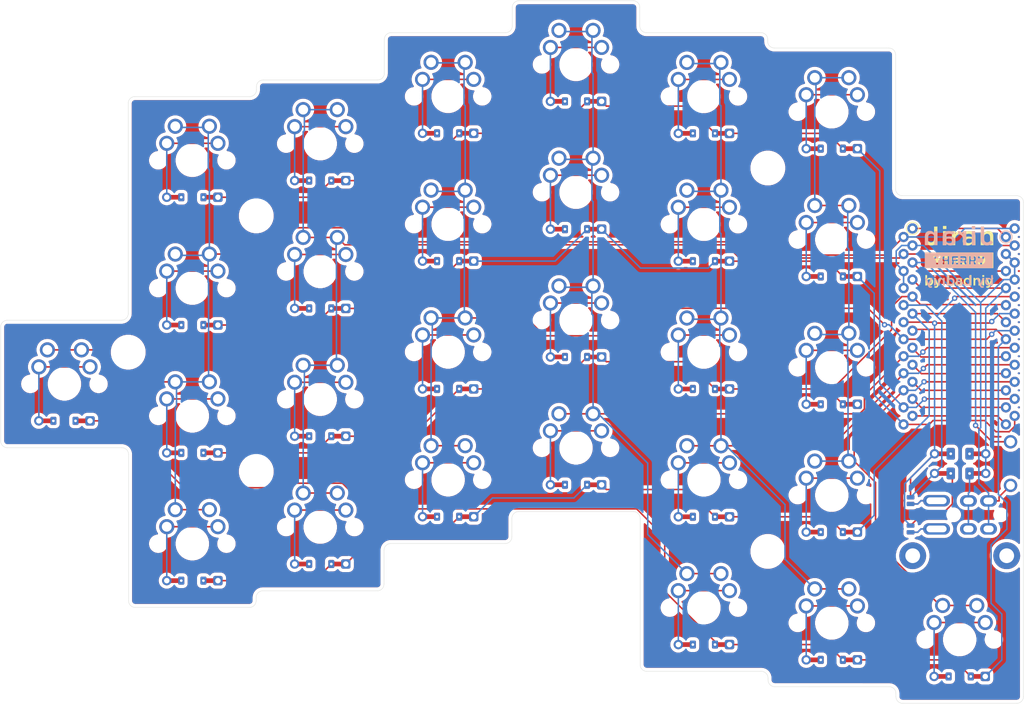
<source format=kicad_pcb>
(kicad_pcb (version 20171130) (host pcbnew "(5.1.7)-1")
  (layers (0 F.Cu signal) (31 B.Cu signal) (34 B.Paste user) (35 F.Paste user) (36 B.SilkS user) (37 F.SilkS user) (38 B.Mask user) (39 F.Mask user) (44 Edge.Cuts user))
  (net 0 "")
  (net 1 "Net-(D1-Pad2)")
  (net 2 /rowA)
  (net 3 "Net-(D2-Pad2)")
  (net 4 "Net-(D3-Pad2)")
  (net 5 "Net-(D4-Pad2)")
  (net 6 "Net-(D5-Pad2)")
  (net 7 "Net-(D6-Pad2)")
  (net 8 "Net-(D7-Pad2)")
  (net 9 /rowB)
  (net 10 "Net-(D8-Pad2)")
  (net 11 "Net-(D9-Pad2)")
  (net 12 "Net-(D10-Pad2)")
  (net 13 "Net-(D11-Pad2)")
  (net 14 "Net-(D12-Pad2)")
  (net 15 "Net-(D13-Pad2)")
  (net 16 /rowC)
  (net 17 "Net-(D14-Pad2)")
  (net 18 "Net-(D15-Pad2)")
  (net 19 "Net-(D16-Pad2)")
  (net 20 "Net-(D17-Pad2)")
  (net 21 "Net-(D18-Pad2)")
  (net 22 "Net-(D19-Pad2)")
  (net 23 /rowD)
  (net 24 "Net-(D20-Pad2)")
  (net 25 "Net-(D21-Pad2)")
  (net 26 "Net-(D22-Pad2)")
  (net 27 "Net-(D23-Pad2)")
  (net 28 "Net-(D24-Pad2)")
  (net 29 "Net-(D25-Pad2)")
  (net 30 /rowE)
  (net 31 "Net-(D26-Pad2)")
  (net 32 "Net-(D27-Pad2)")
  (net 33 "Net-(D28-Pad2)")
  (net 34 VCC)
  (net 35 GND)
  (net 36 /LED)
  (net 37 /col0)
  (net 38 /col1)
  (net 39 /col2)
  (net 40 /col3)
  (net 41 /col4)
  (net 42 /col5)
  (net 43 "Net-(U1-Pad17)")
  (net 44 "Net-(U1-Pad16)")
  (net 45 "Net-(U1-Pad15)")
  (net 46 "Net-(U1-Pad14)")
  (net 47 "Net-(U1-Pad24)")
  (net 48 "Net-(J1-PadD)")
  (net 49 "Net-(J1-PadA)")
  (net 50 SDA)
  (net 51 SCL)
  (net 52 /RST)
  (module used_footprints:Switch_Mx_Cherry_1u (layer F.Cu) (at 220.01 125.33 180)
    (fp_text reference SW28)
    (fp_text value SW_Push hide)
    (pad 1 thru_hole circle (at 3.81 2.54 180) (size 2.25 2.25) (drill 1.47) (layers *.Cu *.Mask) (net 33 "Net-(D28-Pad2)"))
    (pad 2 thru_hole circle (at -2.54 5.08 180) (size 2.25 2.25) (drill 1.47) (layers *.Cu *.Mask) (net 42 /col5))
    (pad 1 thru_hole circle (at -3.81 2.54 180) (size 2.25 2.25) (drill 1.47) (layers *.Cu *.Mask) (net 33 "Net-(D28-Pad2)"))
    (pad 2 thru_hole circle (at 2.54 5.08 180) (size 2.25 2.25) (drill 1.47) (layers *.Cu *.Mask) (net 42 /col5))
    (pad "" np_thru_hole circle (at 0 0) (size 3.9878 3.9878) (drill 3.9878) (layers *.Cu *.Mask))
    (pad "" np_thru_hole circle (at -5.08 0 48.0996) (size 1.75 1.75) (drill 1.75) (layers *.Cu *.Mask))
    (pad "" np_thru_hole circle (at 5.08 0 48.0996) (size 1.75 1.75) (drill 1.75) (layers *.Cu *.Mask))
  )
  (module used_footprints:Switch_Mx_Cherry_1u (layer F.Cu) (at 200.96 122.86 180)
    (fp_text reference SW27)
    (fp_text value SW_Push hide)
    (pad 1 thru_hole circle (at 3.81 2.54 180) (size 2.25 2.25) (drill 1.47) (layers *.Cu *.Mask) (net 32 "Net-(D27-Pad2)"))
    (pad 2 thru_hole circle (at -2.54 5.08 180) (size 2.25 2.25) (drill 1.47) (layers *.Cu *.Mask) (net 41 /col4))
    (pad 1 thru_hole circle (at -3.81 2.54 180) (size 2.25 2.25) (drill 1.47) (layers *.Cu *.Mask) (net 32 "Net-(D27-Pad2)"))
    (pad 2 thru_hole circle (at 2.54 5.08 180) (size 2.25 2.25) (drill 1.47) (layers *.Cu *.Mask) (net 41 /col4))
    (pad "" np_thru_hole circle (at 0 0) (size 3.9878 3.9878) (drill 3.9878) (layers *.Cu *.Mask))
    (pad "" np_thru_hole circle (at -5.08 0 48.0996) (size 1.75 1.75) (drill 1.75) (layers *.Cu *.Mask))
    (pad "" np_thru_hole circle (at 5.08 0 48.0996) (size 1.75 1.75) (drill 1.75) (layers *.Cu *.Mask))
  )
  (module used_footprints:Switch_Mx_Cherry_1u (layer F.Cu) (at 181.91 120.58 180)
    (fp_text reference SW26)
    (fp_text value SW_Push hide)
    (pad 1 thru_hole circle (at 3.81 2.54 180) (size 2.25 2.25) (drill 1.47) (layers *.Cu *.Mask) (net 31 "Net-(D26-Pad2)"))
    (pad 2 thru_hole circle (at -2.54 5.08 180) (size 2.25 2.25) (drill 1.47) (layers *.Cu *.Mask) (net 40 /col3))
    (pad 1 thru_hole circle (at -3.81 2.54 180) (size 2.25 2.25) (drill 1.47) (layers *.Cu *.Mask) (net 31 "Net-(D26-Pad2)"))
    (pad 2 thru_hole circle (at 2.54 5.08 180) (size 2.25 2.25) (drill 1.47) (layers *.Cu *.Mask) (net 40 /col3))
    (pad "" np_thru_hole circle (at 0 0) (size 3.9878 3.9878) (drill 3.9878) (layers *.Cu *.Mask))
    (pad "" np_thru_hole circle (at -5.08 0 48.0996) (size 1.75 1.75) (drill 1.75) (layers *.Cu *.Mask))
    (pad "" np_thru_hole circle (at 5.08 0 48.0996) (size 1.75 1.75) (drill 1.75) (layers *.Cu *.Mask))
  )
  (module used_footprints:Switch_Mx_Cherry_1u (layer F.Cu) (at 86.66 87.23 180)
    (fp_text reference SW25)
    (fp_text value SW_Push hide)
    (pad 1 thru_hole circle (at 3.81 2.54 180) (size 2.25 2.25) (drill 1.47) (layers *.Cu *.Mask) (net 29 "Net-(D25-Pad2)"))
    (pad 2 thru_hole circle (at -2.54 5.08 180) (size 2.25 2.25) (drill 1.47) (layers *.Cu *.Mask) (net 37 /col0))
    (pad 1 thru_hole circle (at -3.81 2.54 180) (size 2.25 2.25) (drill 1.47) (layers *.Cu *.Mask) (net 29 "Net-(D25-Pad2)"))
    (pad 2 thru_hole circle (at 2.54 5.08 180) (size 2.25 2.25) (drill 1.47) (layers *.Cu *.Mask) (net 37 /col0))
    (pad "" np_thru_hole circle (at 0 0) (size 3.9878 3.9878) (drill 3.9878) (layers *.Cu *.Mask))
    (pad "" np_thru_hole circle (at -5.08 0 48.0996) (size 1.75 1.75) (drill 1.75) (layers *.Cu *.Mask))
    (pad "" np_thru_hole circle (at 5.08 0 48.0996) (size 1.75 1.75) (drill 1.75) (layers *.Cu *.Mask))
  )
  (module used_footprints:Switch_Mx_Cherry_1u (layer F.Cu) (at 200.96 103.81 180)
    (fp_text reference SW24)
    (fp_text value SW_Push hide)
    (pad 1 thru_hole circle (at 3.81 2.54 180) (size 2.25 2.25) (drill 1.47) (layers *.Cu *.Mask) (net 28 "Net-(D24-Pad2)"))
    (pad 2 thru_hole circle (at -2.54 5.08 180) (size 2.25 2.25) (drill 1.47) (layers *.Cu *.Mask) (net 42 /col5))
    (pad 1 thru_hole circle (at -3.81 2.54 180) (size 2.25 2.25) (drill 1.47) (layers *.Cu *.Mask) (net 28 "Net-(D24-Pad2)"))
    (pad 2 thru_hole circle (at 2.54 5.08 180) (size 2.25 2.25) (drill 1.47) (layers *.Cu *.Mask) (net 42 /col5))
    (pad "" np_thru_hole circle (at 0 0) (size 3.9878 3.9878) (drill 3.9878) (layers *.Cu *.Mask))
    (pad "" np_thru_hole circle (at -5.08 0 48.0996) (size 1.75 1.75) (drill 1.75) (layers *.Cu *.Mask))
    (pad "" np_thru_hole circle (at 5.08 0 48.0996) (size 1.75 1.75) (drill 1.75) (layers *.Cu *.Mask))
  )
  (module used_footprints:Switch_Mx_Cherry_1u (layer F.Cu) (at 181.91 101.53 180)
    (fp_text reference SW23)
    (fp_text value SW_Push hide)
    (pad 1 thru_hole circle (at 3.81 2.54 180) (size 2.25 2.25) (drill 1.47) (layers *.Cu *.Mask) (net 27 "Net-(D23-Pad2)"))
    (pad 2 thru_hole circle (at -2.54 5.08 180) (size 2.25 2.25) (drill 1.47) (layers *.Cu *.Mask) (net 41 /col4))
    (pad 1 thru_hole circle (at -3.81 2.54 180) (size 2.25 2.25) (drill 1.47) (layers *.Cu *.Mask) (net 27 "Net-(D23-Pad2)"))
    (pad 2 thru_hole circle (at 2.54 5.08 180) (size 2.25 2.25) (drill 1.47) (layers *.Cu *.Mask) (net 41 /col4))
    (pad "" np_thru_hole circle (at 0 0) (size 3.9878 3.9878) (drill 3.9878) (layers *.Cu *.Mask))
    (pad "" np_thru_hole circle (at -5.08 0 48.0996) (size 1.75 1.75) (drill 1.75) (layers *.Cu *.Mask))
    (pad "" np_thru_hole circle (at 5.08 0 48.0996) (size 1.75 1.75) (drill 1.75) (layers *.Cu *.Mask))
  )
  (module used_footprints:Switch_Mx_Cherry_1u (layer F.Cu) (at 162.86 96.76 180)
    (fp_text reference SW22)
    (fp_text value SW_Push hide)
    (pad 1 thru_hole circle (at 3.81 2.54 180) (size 2.25 2.25) (drill 1.47) (layers *.Cu *.Mask) (net 26 "Net-(D22-Pad2)"))
    (pad 2 thru_hole circle (at -2.54 5.08 180) (size 2.25 2.25) (drill 1.47) (layers *.Cu *.Mask) (net 40 /col3))
    (pad 1 thru_hole circle (at -3.81 2.54 180) (size 2.25 2.25) (drill 1.47) (layers *.Cu *.Mask) (net 26 "Net-(D22-Pad2)"))
    (pad 2 thru_hole circle (at 2.54 5.08 180) (size 2.25 2.25) (drill 1.47) (layers *.Cu *.Mask) (net 40 /col3))
    (pad "" np_thru_hole circle (at 0 0) (size 3.9878 3.9878) (drill 3.9878) (layers *.Cu *.Mask))
    (pad "" np_thru_hole circle (at -5.08 0 48.0996) (size 1.75 1.75) (drill 1.75) (layers *.Cu *.Mask))
    (pad "" np_thru_hole circle (at 5.08 0 48.0996) (size 1.75 1.75) (drill 1.75) (layers *.Cu *.Mask))
  )
  (module used_footprints:Switch_Mx_Cherry_1u (layer F.Cu) (at 143.81 101.52 180)
    (fp_text reference SW21)
    (fp_text value SW_Push hide)
    (pad 1 thru_hole circle (at 3.81 2.54 180) (size 2.25 2.25) (drill 1.47) (layers *.Cu *.Mask) (net 25 "Net-(D21-Pad2)"))
    (pad 2 thru_hole circle (at -2.54 5.08 180) (size 2.25 2.25) (drill 1.47) (layers *.Cu *.Mask) (net 39 /col2))
    (pad 1 thru_hole circle (at -3.81 2.54 180) (size 2.25 2.25) (drill 1.47) (layers *.Cu *.Mask) (net 25 "Net-(D21-Pad2)"))
    (pad 2 thru_hole circle (at 2.54 5.08 180) (size 2.25 2.25) (drill 1.47) (layers *.Cu *.Mask) (net 39 /col2))
    (pad "" np_thru_hole circle (at 0 0) (size 3.9878 3.9878) (drill 3.9878) (layers *.Cu *.Mask))
    (pad "" np_thru_hole circle (at -5.08 0 48.0996) (size 1.75 1.75) (drill 1.75) (layers *.Cu *.Mask))
    (pad "" np_thru_hole circle (at 5.08 0 48.0996) (size 1.75 1.75) (drill 1.75) (layers *.Cu *.Mask))
  )
  (module used_footprints:Switch_Mx_Cherry_1u (layer F.Cu) (at 124.76 108.57 180)
    (fp_text reference SW20)
    (fp_text value SW_Push hide)
    (pad 1 thru_hole circle (at 3.81 2.54 180) (size 2.25 2.25) (drill 1.47) (layers *.Cu *.Mask) (net 24 "Net-(D20-Pad2)"))
    (pad 2 thru_hole circle (at -2.54 5.08 180) (size 2.25 2.25) (drill 1.47) (layers *.Cu *.Mask) (net 38 /col1))
    (pad 1 thru_hole circle (at -3.81 2.54 180) (size 2.25 2.25) (drill 1.47) (layers *.Cu *.Mask) (net 24 "Net-(D20-Pad2)"))
    (pad 2 thru_hole circle (at 2.54 5.08 180) (size 2.25 2.25) (drill 1.47) (layers *.Cu *.Mask) (net 38 /col1))
    (pad "" np_thru_hole circle (at 0 0) (size 3.9878 3.9878) (drill 3.9878) (layers *.Cu *.Mask))
    (pad "" np_thru_hole circle (at -5.08 0 48.0996) (size 1.75 1.75) (drill 1.75) (layers *.Cu *.Mask))
    (pad "" np_thru_hole circle (at 5.08 0 48.0996) (size 1.75 1.75) (drill 1.75) (layers *.Cu *.Mask))
  )
  (module used_footprints:Switch_Mx_Cherry_1u (layer F.Cu) (at 105.71 111.05 180)
    (fp_text reference SW19)
    (fp_text value SW_Push hide)
    (pad 1 thru_hole circle (at 3.81 2.54 180) (size 2.25 2.25) (drill 1.47) (layers *.Cu *.Mask) (net 22 "Net-(D19-Pad2)"))
    (pad 2 thru_hole circle (at -2.54 5.08 180) (size 2.25 2.25) (drill 1.47) (layers *.Cu *.Mask) (net 37 /col0))
    (pad 1 thru_hole circle (at -3.81 2.54 180) (size 2.25 2.25) (drill 1.47) (layers *.Cu *.Mask) (net 22 "Net-(D19-Pad2)"))
    (pad 2 thru_hole circle (at 2.54 5.08 180) (size 2.25 2.25) (drill 1.47) (layers *.Cu *.Mask) (net 37 /col0))
    (pad "" np_thru_hole circle (at 0 0) (size 3.9878 3.9878) (drill 3.9878) (layers *.Cu *.Mask))
    (pad "" np_thru_hole circle (at -5.08 0 48.0996) (size 1.75 1.75) (drill 1.75) (layers *.Cu *.Mask))
    (pad "" np_thru_hole circle (at 5.08 0 48.0996) (size 1.75 1.75) (drill 1.75) (layers *.Cu *.Mask))
  )
  (module used_footprints:Switch_Mx_Cherry_1u (layer F.Cu) (at 200.96 84.76 180)
    (fp_text reference SW18)
    (fp_text value SW_Push hide)
    (pad 1 thru_hole circle (at 3.81 2.54 180) (size 2.25 2.25) (drill 1.47) (layers *.Cu *.Mask) (net 21 "Net-(D18-Pad2)"))
    (pad 2 thru_hole circle (at -2.54 5.08 180) (size 2.25 2.25) (drill 1.47) (layers *.Cu *.Mask) (net 42 /col5))
    (pad 1 thru_hole circle (at -3.81 2.54 180) (size 2.25 2.25) (drill 1.47) (layers *.Cu *.Mask) (net 21 "Net-(D18-Pad2)"))
    (pad 2 thru_hole circle (at 2.54 5.08 180) (size 2.25 2.25) (drill 1.47) (layers *.Cu *.Mask) (net 42 /col5))
    (pad "" np_thru_hole circle (at 0 0) (size 3.9878 3.9878) (drill 3.9878) (layers *.Cu *.Mask))
    (pad "" np_thru_hole circle (at -5.08 0 48.0996) (size 1.75 1.75) (drill 1.75) (layers *.Cu *.Mask))
    (pad "" np_thru_hole circle (at 5.08 0 48.0996) (size 1.75 1.75) (drill 1.75) (layers *.Cu *.Mask))
  )
  (module used_footprints:Switch_Mx_Cherry_1u (layer F.Cu) (at 181.91 82.48 180)
    (fp_text reference SW17)
    (fp_text value SW_Push hide)
    (pad 1 thru_hole circle (at 3.81 2.54 180) (size 2.25 2.25) (drill 1.47) (layers *.Cu *.Mask) (net 20 "Net-(D17-Pad2)"))
    (pad 2 thru_hole circle (at -2.54 5.08 180) (size 2.25 2.25) (drill 1.47) (layers *.Cu *.Mask) (net 41 /col4))
    (pad 1 thru_hole circle (at -3.81 2.54 180) (size 2.25 2.25) (drill 1.47) (layers *.Cu *.Mask) (net 20 "Net-(D17-Pad2)"))
    (pad 2 thru_hole circle (at 2.54 5.08 180) (size 2.25 2.25) (drill 1.47) (layers *.Cu *.Mask) (net 41 /col4))
    (pad "" np_thru_hole circle (at 0 0) (size 3.9878 3.9878) (drill 3.9878) (layers *.Cu *.Mask))
    (pad "" np_thru_hole circle (at -5.08 0 48.0996) (size 1.75 1.75) (drill 1.75) (layers *.Cu *.Mask))
    (pad "" np_thru_hole circle (at 5.08 0 48.0996) (size 1.75 1.75) (drill 1.75) (layers *.Cu *.Mask))
  )
  (module used_footprints:Switch_Mx_Cherry_1u (layer F.Cu) (at 162.86 77.71 180)
    (fp_text reference SW16)
    (fp_text value SW_Push hide)
    (pad 1 thru_hole circle (at 3.81 2.54 180) (size 2.25 2.25) (drill 1.47) (layers *.Cu *.Mask) (net 19 "Net-(D16-Pad2)"))
    (pad 2 thru_hole circle (at -2.54 5.08 180) (size 2.25 2.25) (drill 1.47) (layers *.Cu *.Mask) (net 40 /col3))
    (pad 1 thru_hole circle (at -3.81 2.54 180) (size 2.25 2.25) (drill 1.47) (layers *.Cu *.Mask) (net 19 "Net-(D16-Pad2)"))
    (pad 2 thru_hole circle (at 2.54 5.08 180) (size 2.25 2.25) (drill 1.47) (layers *.Cu *.Mask) (net 40 /col3))
    (pad "" np_thru_hole circle (at 0 0) (size 3.9878 3.9878) (drill 3.9878) (layers *.Cu *.Mask))
    (pad "" np_thru_hole circle (at -5.08 0 48.0996) (size 1.75 1.75) (drill 1.75) (layers *.Cu *.Mask))
    (pad "" np_thru_hole circle (at 5.08 0 48.0996) (size 1.75 1.75) (drill 1.75) (layers *.Cu *.Mask))
  )
  (module used_footprints:Switch_Mx_Cherry_1u (layer F.Cu) (at 143.81 82.47 180)
    (fp_text reference SW15)
    (fp_text value SW_Push hide)
    (pad 1 thru_hole circle (at 3.81 2.54 180) (size 2.25 2.25) (drill 1.47) (layers *.Cu *.Mask) (net 18 "Net-(D15-Pad2)"))
    (pad 2 thru_hole circle (at -2.54 5.08 180) (size 2.25 2.25) (drill 1.47) (layers *.Cu *.Mask) (net 39 /col2))
    (pad 1 thru_hole circle (at -3.81 2.54 180) (size 2.25 2.25) (drill 1.47) (layers *.Cu *.Mask) (net 18 "Net-(D15-Pad2)"))
    (pad 2 thru_hole circle (at 2.54 5.08 180) (size 2.25 2.25) (drill 1.47) (layers *.Cu *.Mask) (net 39 /col2))
    (pad "" np_thru_hole circle (at 0 0) (size 3.9878 3.9878) (drill 3.9878) (layers *.Cu *.Mask))
    (pad "" np_thru_hole circle (at -5.08 0 48.0996) (size 1.75 1.75) (drill 1.75) (layers *.Cu *.Mask))
    (pad "" np_thru_hole circle (at 5.08 0 48.0996) (size 1.75 1.75) (drill 1.75) (layers *.Cu *.Mask))
  )
  (module used_footprints:Switch_Mx_Cherry_1u (layer F.Cu) (at 124.76 89.52 180)
    (fp_text reference SW14)
    (fp_text value SW_Push hide)
    (pad 1 thru_hole circle (at 3.81 2.54 180) (size 2.25 2.25) (drill 1.47) (layers *.Cu *.Mask) (net 17 "Net-(D14-Pad2)"))
    (pad 2 thru_hole circle (at -2.54 5.08 180) (size 2.25 2.25) (drill 1.47) (layers *.Cu *.Mask) (net 38 /col1))
    (pad 1 thru_hole circle (at -3.81 2.54 180) (size 2.25 2.25) (drill 1.47) (layers *.Cu *.Mask) (net 17 "Net-(D14-Pad2)"))
    (pad 2 thru_hole circle (at 2.54 5.08 180) (size 2.25 2.25) (drill 1.47) (layers *.Cu *.Mask) (net 38 /col1))
    (pad "" np_thru_hole circle (at 0 0) (size 3.9878 3.9878) (drill 3.9878) (layers *.Cu *.Mask))
    (pad "" np_thru_hole circle (at -5.08 0 48.0996) (size 1.75 1.75) (drill 1.75) (layers *.Cu *.Mask))
    (pad "" np_thru_hole circle (at 5.08 0 48.0996) (size 1.75 1.75) (drill 1.75) (layers *.Cu *.Mask))
  )
  (module used_footprints:Switch_Mx_Cherry_1u (layer F.Cu) (at 105.71 92 180)
    (fp_text reference SW13)
    (fp_text value SW_Push hide)
    (pad 1 thru_hole circle (at 3.81 2.54 180) (size 2.25 2.25) (drill 1.47) (layers *.Cu *.Mask) (net 15 "Net-(D13-Pad2)"))
    (pad 2 thru_hole circle (at -2.54 5.08 180) (size 2.25 2.25) (drill 1.47) (layers *.Cu *.Mask) (net 37 /col0))
    (pad 1 thru_hole circle (at -3.81 2.54 180) (size 2.25 2.25) (drill 1.47) (layers *.Cu *.Mask) (net 15 "Net-(D13-Pad2)"))
    (pad 2 thru_hole circle (at 2.54 5.08 180) (size 2.25 2.25) (drill 1.47) (layers *.Cu *.Mask) (net 37 /col0))
    (pad "" np_thru_hole circle (at 0 0) (size 3.9878 3.9878) (drill 3.9878) (layers *.Cu *.Mask))
    (pad "" np_thru_hole circle (at -5.08 0 48.0996) (size 1.75 1.75) (drill 1.75) (layers *.Cu *.Mask))
    (pad "" np_thru_hole circle (at 5.08 0 48.0996) (size 1.75 1.75) (drill 1.75) (layers *.Cu *.Mask))
  )
  (module used_footprints:Switch_Mx_Cherry_1u (layer F.Cu) (at 200.96 65.71 180)
    (fp_text reference SW12)
    (fp_text value SW_Push hide)
    (pad 1 thru_hole circle (at 3.81 2.54 180) (size 2.25 2.25) (drill 1.47) (layers *.Cu *.Mask) (net 14 "Net-(D12-Pad2)"))
    (pad 2 thru_hole circle (at -2.54 5.08 180) (size 2.25 2.25) (drill 1.47) (layers *.Cu *.Mask) (net 42 /col5))
    (pad 1 thru_hole circle (at -3.81 2.54 180) (size 2.25 2.25) (drill 1.47) (layers *.Cu *.Mask) (net 14 "Net-(D12-Pad2)"))
    (pad 2 thru_hole circle (at 2.54 5.08 180) (size 2.25 2.25) (drill 1.47) (layers *.Cu *.Mask) (net 42 /col5))
    (pad "" np_thru_hole circle (at 0 0) (size 3.9878 3.9878) (drill 3.9878) (layers *.Cu *.Mask))
    (pad "" np_thru_hole circle (at -5.08 0 48.0996) (size 1.75 1.75) (drill 1.75) (layers *.Cu *.Mask))
    (pad "" np_thru_hole circle (at 5.08 0 48.0996) (size 1.75 1.75) (drill 1.75) (layers *.Cu *.Mask))
  )
  (module used_footprints:Switch_Mx_Cherry_1u (layer F.Cu) (at 181.91 63.43 180)
    (fp_text reference SW11)
    (fp_text value SW_Push hide)
    (pad 1 thru_hole circle (at 3.81 2.54 180) (size 2.25 2.25) (drill 1.47) (layers *.Cu *.Mask) (net 13 "Net-(D11-Pad2)"))
    (pad 2 thru_hole circle (at -2.54 5.08 180) (size 2.25 2.25) (drill 1.47) (layers *.Cu *.Mask) (net 41 /col4))
    (pad 1 thru_hole circle (at -3.81 2.54 180) (size 2.25 2.25) (drill 1.47) (layers *.Cu *.Mask) (net 13 "Net-(D11-Pad2)"))
    (pad 2 thru_hole circle (at 2.54 5.08 180) (size 2.25 2.25) (drill 1.47) (layers *.Cu *.Mask) (net 41 /col4))
    (pad "" np_thru_hole circle (at 0 0) (size 3.9878 3.9878) (drill 3.9878) (layers *.Cu *.Mask))
    (pad "" np_thru_hole circle (at -5.08 0 48.0996) (size 1.75 1.75) (drill 1.75) (layers *.Cu *.Mask))
    (pad "" np_thru_hole circle (at 5.08 0 48.0996) (size 1.75 1.75) (drill 1.75) (layers *.Cu *.Mask))
  )
  (module used_footprints:Switch_Mx_Cherry_1u (layer F.Cu) (at 162.86 58.66 180)
    (fp_text reference SW10)
    (fp_text value SW_Push hide)
    (pad 1 thru_hole circle (at 3.81 2.54 180) (size 2.25 2.25) (drill 1.47) (layers *.Cu *.Mask) (net 12 "Net-(D10-Pad2)"))
    (pad 2 thru_hole circle (at -2.54 5.08 180) (size 2.25 2.25) (drill 1.47) (layers *.Cu *.Mask) (net 40 /col3))
    (pad 1 thru_hole circle (at -3.81 2.54 180) (size 2.25 2.25) (drill 1.47) (layers *.Cu *.Mask) (net 12 "Net-(D10-Pad2)"))
    (pad 2 thru_hole circle (at 2.54 5.08 180) (size 2.25 2.25) (drill 1.47) (layers *.Cu *.Mask) (net 40 /col3))
    (pad "" np_thru_hole circle (at 0 0) (size 3.9878 3.9878) (drill 3.9878) (layers *.Cu *.Mask))
    (pad "" np_thru_hole circle (at -5.08 0 48.0996) (size 1.75 1.75) (drill 1.75) (layers *.Cu *.Mask))
    (pad "" np_thru_hole circle (at 5.08 0 48.0996) (size 1.75 1.75) (drill 1.75) (layers *.Cu *.Mask))
  )
  (module used_footprints:Switch_Mx_Cherry_1u (layer F.Cu) (at 143.81 63.42 180)
    (fp_text reference SW9)
    (fp_text value SW_Push hide)
    (pad 1 thru_hole circle (at 3.81 2.54 180) (size 2.25 2.25) (drill 1.47) (layers *.Cu *.Mask) (net 11 "Net-(D9-Pad2)"))
    (pad 2 thru_hole circle (at -2.54 5.08 180) (size 2.25 2.25) (drill 1.47) (layers *.Cu *.Mask) (net 39 /col2))
    (pad 1 thru_hole circle (at -3.81 2.54 180) (size 2.25 2.25) (drill 1.47) (layers *.Cu *.Mask) (net 11 "Net-(D9-Pad2)"))
    (pad 2 thru_hole circle (at 2.54 5.08 180) (size 2.25 2.25) (drill 1.47) (layers *.Cu *.Mask) (net 39 /col2))
    (pad "" np_thru_hole circle (at 0 0) (size 3.9878 3.9878) (drill 3.9878) (layers *.Cu *.Mask))
    (pad "" np_thru_hole circle (at -5.08 0 48.0996) (size 1.75 1.75) (drill 1.75) (layers *.Cu *.Mask))
    (pad "" np_thru_hole circle (at 5.08 0 48.0996) (size 1.75 1.75) (drill 1.75) (layers *.Cu *.Mask))
  )
  (module used_footprints:Switch_Mx_Cherry_1u (layer F.Cu) (at 124.76 70.47 180)
    (fp_text reference SW8)
    (fp_text value SW_Push hide)
    (pad 1 thru_hole circle (at 3.81 2.54 180) (size 2.25 2.25) (drill 1.47) (layers *.Cu *.Mask) (net 10 "Net-(D8-Pad2)"))
    (pad 2 thru_hole circle (at -2.54 5.08 180) (size 2.25 2.25) (drill 1.47) (layers *.Cu *.Mask) (net 38 /col1))
    (pad 1 thru_hole circle (at -3.81 2.54 180) (size 2.25 2.25) (drill 1.47) (layers *.Cu *.Mask) (net 10 "Net-(D8-Pad2)"))
    (pad 2 thru_hole circle (at 2.54 5.08 180) (size 2.25 2.25) (drill 1.47) (layers *.Cu *.Mask) (net 38 /col1))
    (pad "" np_thru_hole circle (at 0 0) (size 3.9878 3.9878) (drill 3.9878) (layers *.Cu *.Mask))
    (pad "" np_thru_hole circle (at -5.08 0 48.0996) (size 1.75 1.75) (drill 1.75) (layers *.Cu *.Mask))
    (pad "" np_thru_hole circle (at 5.08 0 48.0996) (size 1.75 1.75) (drill 1.75) (layers *.Cu *.Mask))
  )
  (module used_footprints:Switch_Mx_Cherry_1u (layer F.Cu) (at 105.71 72.95 180)
    (fp_text reference SW7)
    (fp_text value SW_Push hide)
    (pad 1 thru_hole circle (at 3.81 2.54 180) (size 2.25 2.25) (drill 1.47) (layers *.Cu *.Mask) (net 8 "Net-(D7-Pad2)"))
    (pad 2 thru_hole circle (at -2.54 5.08 180) (size 2.25 2.25) (drill 1.47) (layers *.Cu *.Mask) (net 37 /col0))
    (pad 1 thru_hole circle (at -3.81 2.54 180) (size 2.25 2.25) (drill 1.47) (layers *.Cu *.Mask) (net 8 "Net-(D7-Pad2)"))
    (pad 2 thru_hole circle (at 2.54 5.08 180) (size 2.25 2.25) (drill 1.47) (layers *.Cu *.Mask) (net 37 /col0))
    (pad "" np_thru_hole circle (at 0 0) (size 3.9878 3.9878) (drill 3.9878) (layers *.Cu *.Mask))
    (pad "" np_thru_hole circle (at -5.08 0 48.0996) (size 1.75 1.75) (drill 1.75) (layers *.Cu *.Mask))
    (pad "" np_thru_hole circle (at 5.08 0 48.0996) (size 1.75 1.75) (drill 1.75) (layers *.Cu *.Mask))
  )
  (module used_footprints:Switch_Mx_Cherry_1u (layer F.Cu) (at 200.96 46.66 180)
    (fp_text reference SW6)
    (fp_text value SW_Push hide)
    (pad 1 thru_hole circle (at 3.81 2.54 180) (size 2.25 2.25) (drill 1.47) (layers *.Cu *.Mask) (net 7 "Net-(D6-Pad2)"))
    (pad 2 thru_hole circle (at -2.54 5.08 180) (size 2.25 2.25) (drill 1.47) (layers *.Cu *.Mask) (net 42 /col5))
    (pad 1 thru_hole circle (at -3.81 2.54 180) (size 2.25 2.25) (drill 1.47) (layers *.Cu *.Mask) (net 7 "Net-(D6-Pad2)"))
    (pad 2 thru_hole circle (at 2.54 5.08 180) (size 2.25 2.25) (drill 1.47) (layers *.Cu *.Mask) (net 42 /col5))
    (pad "" np_thru_hole circle (at 0 0) (size 3.9878 3.9878) (drill 3.9878) (layers *.Cu *.Mask))
    (pad "" np_thru_hole circle (at -5.08 0 48.0996) (size 1.75 1.75) (drill 1.75) (layers *.Cu *.Mask))
    (pad "" np_thru_hole circle (at 5.08 0 48.0996) (size 1.75 1.75) (drill 1.75) (layers *.Cu *.Mask))
  )
  (module used_footprints:Switch_Mx_Cherry_1u (layer F.Cu) (at 181.91 44.38 180)
    (fp_text reference SW5)
    (fp_text value SW_Push hide)
    (pad 1 thru_hole circle (at 3.81 2.54 180) (size 2.25 2.25) (drill 1.47) (layers *.Cu *.Mask) (net 6 "Net-(D5-Pad2)"))
    (pad 2 thru_hole circle (at -2.54 5.08 180) (size 2.25 2.25) (drill 1.47) (layers *.Cu *.Mask) (net 41 /col4))
    (pad 1 thru_hole circle (at -3.81 2.54 180) (size 2.25 2.25) (drill 1.47) (layers *.Cu *.Mask) (net 6 "Net-(D5-Pad2)"))
    (pad 2 thru_hole circle (at 2.54 5.08 180) (size 2.25 2.25) (drill 1.47) (layers *.Cu *.Mask) (net 41 /col4))
    (pad "" np_thru_hole circle (at 0 0) (size 3.9878 3.9878) (drill 3.9878) (layers *.Cu *.Mask))
    (pad "" np_thru_hole circle (at -5.08 0 48.0996) (size 1.75 1.75) (drill 1.75) (layers *.Cu *.Mask))
    (pad "" np_thru_hole circle (at 5.08 0 48.0996) (size 1.75 1.75) (drill 1.75) (layers *.Cu *.Mask))
  )
  (module used_footprints:Switch_Mx_Cherry_1u (layer F.Cu) (at 162.86 39.61 180)
    (fp_text reference SW4)
    (fp_text value SW_Push hide)
    (pad 1 thru_hole circle (at 3.81 2.54 180) (size 2.25 2.25) (drill 1.47) (layers *.Cu *.Mask) (net 5 "Net-(D4-Pad2)"))
    (pad 2 thru_hole circle (at -2.54 5.08 180) (size 2.25 2.25) (drill 1.47) (layers *.Cu *.Mask) (net 40 /col3))
    (pad 1 thru_hole circle (at -3.81 2.54 180) (size 2.25 2.25) (drill 1.47) (layers *.Cu *.Mask) (net 5 "Net-(D4-Pad2)"))
    (pad 2 thru_hole circle (at 2.54 5.08 180) (size 2.25 2.25) (drill 1.47) (layers *.Cu *.Mask) (net 40 /col3))
    (pad "" np_thru_hole circle (at 0 0) (size 3.9878 3.9878) (drill 3.9878) (layers *.Cu *.Mask))
    (pad "" np_thru_hole circle (at -5.08 0 48.0996) (size 1.75 1.75) (drill 1.75) (layers *.Cu *.Mask))
    (pad "" np_thru_hole circle (at 5.08 0 48.0996) (size 1.75 1.75) (drill 1.75) (layers *.Cu *.Mask))
  )
  (module used_footprints:Switch_Mx_Cherry_1u (layer F.Cu) (at 143.81 44.37 180)
    (fp_text reference SW3)
    (fp_text value SW_Push hide)
    (pad 1 thru_hole circle (at 3.81 2.54 180) (size 2.25 2.25) (drill 1.47) (layers *.Cu *.Mask) (net 4 "Net-(D3-Pad2)"))
    (pad 2 thru_hole circle (at -2.54 5.08 180) (size 2.25 2.25) (drill 1.47) (layers *.Cu *.Mask) (net 39 /col2))
    (pad 1 thru_hole circle (at -3.81 2.54 180) (size 2.25 2.25) (drill 1.47) (layers *.Cu *.Mask) (net 4 "Net-(D3-Pad2)"))
    (pad 2 thru_hole circle (at 2.54 5.08 180) (size 2.25 2.25) (drill 1.47) (layers *.Cu *.Mask) (net 39 /col2))
    (pad "" np_thru_hole circle (at 0 0) (size 3.9878 3.9878) (drill 3.9878) (layers *.Cu *.Mask))
    (pad "" np_thru_hole circle (at -5.08 0 48.0996) (size 1.75 1.75) (drill 1.75) (layers *.Cu *.Mask))
    (pad "" np_thru_hole circle (at 5.08 0 48.0996) (size 1.75 1.75) (drill 1.75) (layers *.Cu *.Mask))
  )
  (module used_footprints:Switch_Mx_Cherry_1u (layer F.Cu) (at 124.76 51.42 180)
    (fp_text reference SW2)
    (fp_text value SW_Push hide)
    (pad 1 thru_hole circle (at 3.81 2.54 180) (size 2.25 2.25) (drill 1.47) (layers *.Cu *.Mask) (net 3 "Net-(D2-Pad2)"))
    (pad 2 thru_hole circle (at -2.54 5.08 180) (size 2.25 2.25) (drill 1.47) (layers *.Cu *.Mask) (net 38 /col1))
    (pad 1 thru_hole circle (at -3.81 2.54 180) (size 2.25 2.25) (drill 1.47) (layers *.Cu *.Mask) (net 3 "Net-(D2-Pad2)"))
    (pad 2 thru_hole circle (at 2.54 5.08 180) (size 2.25 2.25) (drill 1.47) (layers *.Cu *.Mask) (net 38 /col1))
    (pad "" np_thru_hole circle (at 0 0) (size 3.9878 3.9878) (drill 3.9878) (layers *.Cu *.Mask))
    (pad "" np_thru_hole circle (at -5.08 0 48.0996) (size 1.75 1.75) (drill 1.75) (layers *.Cu *.Mask))
    (pad "" np_thru_hole circle (at 5.08 0 48.0996) (size 1.75 1.75) (drill 1.75) (layers *.Cu *.Mask))
  )
  (module used_footprints:Switch_Mx_Cherry_1u (layer F.Cu) (at 105.71 53.9 180)
    (fp_text reference SW1)
    (fp_text value SW_Push hide)
    (pad 1 thru_hole circle (at 3.81 2.54 180) (size 2.25 2.25) (drill 1.47) (layers *.Cu *.Mask) (net 1 "Net-(D1-Pad2)"))
    (pad 2 thru_hole circle (at -2.54 5.08 180) (size 2.25 2.25) (drill 1.47) (layers *.Cu *.Mask) (net 37 /col0))
    (pad 1 thru_hole circle (at -3.81 2.54 180) (size 2.25 2.25) (drill 1.47) (layers *.Cu *.Mask) (net 1 "Net-(D1-Pad2)"))
    (pad 2 thru_hole circle (at 2.54 5.08 180) (size 2.25 2.25) (drill 1.47) (layers *.Cu *.Mask) (net 37 /col0))
    (pad "" np_thru_hole circle (at 0 0) (size 3.9878 3.9878) (drill 3.9878) (layers *.Cu *.Mask))
    (pad "" np_thru_hole circle (at -5.08 0 48.0996) (size 1.75 1.75) (drill 1.75) (layers *.Cu *.Mask))
    (pad "" np_thru_hole circle (at 5.08 0 48.0996) (size 1.75 1.75) (drill 1.75) (layers *.Cu *.Mask))
  )
  (module used_footprints:Silk_Logo_Cherry (layer B.Cu) (at 219.92 77.21 180)
    (fp_text reference G2 hide)
    (fp_text value logo-jiran-hotswap hide)
  )
  (module used_footprints:Silk_Logo_Cherry (layer F.Cu) (at 219.92 77.21)
    (fp_text reference G1 hide)
    (fp_text value logo-jiran-hotswap hide)
  )
  (module used_footprints:Hole_Mount_M4 (layer F.Cu) (at 96.16 82.4965)
    (fp_text reference HM5 hide)
    (fp_text value CaseHole hide)
    (pad "" np_thru_hole circle (at 0 0) (size 4.2 4.2) (drill 4.2) (layers *.Cu *.Mask))
  )
  (module used_footprints:Hole_Mount_M4 (layer F.Cu) (at 115.235 100.283)
    (fp_text reference HM4 hide)
    (fp_text value CaseHole hide)
    (pad "" np_thru_hole circle (at 0 0) (size 4.2 4.2) (drill 4.2) (layers *.Cu *.Mask))
  )
  (module used_footprints:Hole_Mount_M4 (layer F.Cu) (at 115.235 62.18)
    (fp_text reference HM3 hide)
    (fp_text value CaseHole hide)
    (pad "" np_thru_hole circle (at 0 0) (size 4.2 4.2) (drill 4.2) (layers *.Cu *.Mask))
  )
  (module used_footprints:Hole_Mount_M4 (layer F.Cu) (at 191.435 55.0455)
    (fp_text reference HM2 hide)
    (fp_text value CaseHole hide)
    (pad "" np_thru_hole circle (at 0 0) (size 4.2 4.2) (drill 4.2) (layers *.Cu *.Mask))
  )
  (module used_footprints:Hole_Mount_M4 (layer F.Cu) (at 191.435 112.19)
    (fp_text reference HM1 hide)
    (fp_text value CaseHole hide)
    (pad "" np_thru_hole circle (at 0 0) (size 4.2 4.2) (drill 4.2) (layers *.Cu *.Mask))
  )
  (module used_footprints:ProMicro_Dual (layer F.Cu) (at 220.54 78.53)
    (fp_text reference U1 hide)
    (fp_text value ProMicro)
    (pad 22 thru_hole circle (at -7.5636 -9.398) (size 1.524 1.524) (drill 0.8128) (layers *.Cu *.Mask) (net 52 /RST))
    (pad 10 thru_hole circle (at 7.6564 8.382) (size 1.524 1.524) (drill 0.8128) (layers *.Cu *.Mask) (net 42 /col5))
    (pad 2 thru_hole circle (at 7.6564 -11.938) (size 1.524 1.524) (drill 0.8128) (layers *.Cu *.Mask) (net 38 /col1))
    (pad 17 thru_hole circle (at 6.35 4.572) (size 1.524 1.524) (drill 0.8128) (layers *.Cu *.Mask) (net 43 "Net-(U1-Pad17)"))
    (pad 11 thru_hole circle (at -8.89 12.192) (size 1.524 1.524) (drill 0.8128) (layers *.Cu *.Mask) (net 2 /rowA))
    (pad 4 thru_hole circle (at 7.6564 -6.858) (size 1.524 1.524) (drill 0.8128) (layers *.Cu *.Mask) (net 35 GND))
    (pad 1 thru_hole circle (at -8.89 -13.208) (size 1.524 1.524) (drill 0.8128) (layers *.Cu *.Mask) (net 37 /col0))
    (pad 19 thru_hole circle (at 6.35 -0.508) (size 1.524 1.524) (drill 0.8128) (layers *.Cu *.Mask) (net 23 /rowD))
    (pad 18 thru_hole circle (at -7.5636 0.762) (size 1.524 1.524) (drill 0.8128) (layers *.Cu *.Mask) (net 30 /rowE))
    (pad 12 thru_hole circle (at 7.6564 13.462) (size 1.524 1.524) (drill 0.8128) (layers *.Cu *.Mask) (net 9 /rowB))
    (pad 10 thru_hole circle (at -8.89 9.652) (size 1.524 1.524) (drill 0.8128) (layers *.Cu *.Mask) (net 42 /col5))
    (pad 7 thru_hole circle (at -8.89 2.032) (size 1.524 1.524) (drill 0.8128) (layers *.Cu *.Mask) (net 39 /col2))
    (pad 15 thru_hole circle (at 6.35 9.652) (size 1.524 1.524) (drill 0.8128) (layers *.Cu *.Mask) (net 45 "Net-(U1-Pad15)"))
    (pad 18 thru_hole circle (at 6.35 2.032) (size 1.524 1.524) (drill 0.8128) (layers *.Cu *.Mask) (net 30 /rowE))
    (pad 11 thru_hole circle (at 7.6564 10.922) (size 1.524 1.524) (drill 0.8128) (layers *.Cu *.Mask) (net 2 /rowA))
    (pad 8 thru_hole circle (at 7.6564 3.302) (size 1.524 1.524) (drill 0.8128) (layers *.Cu *.Mask) (net 40 /col3))
    (pad 3 thru_hole circle (at 7.6564 -9.398) (size 1.524 1.524) (drill 0.8128) (layers *.Cu *.Mask) (net 35 GND))
    (pad 16 thru_hole circle (at 6.35 7.112) (size 1.524 1.524) (drill 0.8128) (layers *.Cu *.Mask) (net 44 "Net-(U1-Pad16)"))
    (pad 9 thru_hole circle (at 7.6564 5.842) (size 1.524 1.524) (drill 0.8128) (layers *.Cu *.Mask) (net 41 /col4))
    (pad 20 thru_hole circle (at -7.5636 -4.318) (size 1.524 1.524) (drill 0.8128) (layers *.Cu *.Mask) (net 16 /rowC))
    (pad 2 thru_hole circle (at -8.89 -10.668) (size 1.524 1.524) (drill 0.8128) (layers *.Cu *.Mask) (net 38 /col1))
    (pad 14 thru_hole circle (at -7.5636 10.922) (size 1.524 1.524) (drill 0.8128) (layers *.Cu *.Mask) (net 46 "Net-(U1-Pad14)"))
    (pad 13 thru_hole circle (at -7.5636 13.462) (size 1.524 1.524) (drill 0.8128) (layers *.Cu *.Mask) (net 36 /LED))
    (pad 4 thru_hole circle (at -8.89 -5.588) (size 1.524 1.524) (drill 0.8128) (layers *.Cu *.Mask) (net 35 GND))
    (pad 6 thru_hole circle (at -8.89 -0.508) (size 1.524 1.524) (drill 0.8128) (layers *.Cu *.Mask) (net 51 SCL))
    (pad 13 thru_hole circle (at 6.35 14.732) (size 1.524 1.524) (drill 0.8128) (layers *.Cu *.Mask) (net 36 /LED))
    (pad 22 thru_hole circle (at 6.35 -8.128) (size 1.524 1.524) (drill 0.8128) (layers *.Cu *.Mask) (net 52 /RST))
    (pad 17 thru_hole circle (at -7.5636 3.302) (size 1.524 1.524) (drill 0.8128) (layers *.Cu *.Mask) (net 43 "Net-(U1-Pad17)"))
    (pad 7 thru_hole circle (at 7.6564 0.762) (size 1.524 1.524) (drill 0.8128) (layers *.Cu *.Mask) (net 39 /col2))
    (pad 16 thru_hole circle (at -7.5636 5.842) (size 1.524 1.524) (drill 0.8128) (layers *.Cu *.Mask) (net 44 "Net-(U1-Pad16)"))
    (pad 6 thru_hole circle (at 7.6564 -1.778) (size 1.524 1.524) (drill 0.8128) (layers *.Cu *.Mask) (net 51 SCL))
    (pad 1 thru_hole circle (at 7.6564 -14.478) (size 1.524 1.524) (drill 0.8128) (layers *.Cu *.Mask) (net 37 /col0))
    (pad 9 thru_hole circle (at -8.89 7.112) (size 1.524 1.524) (drill 0.8128) (layers *.Cu *.Mask) (net 41 /col4))
    (pad 21 thru_hole circle (at -7.5636 -6.858) (size 1.524 1.524) (drill 0.8128) (layers *.Cu *.Mask) (net 34 VCC))
    (pad 12 thru_hole circle (at -8.89 14.732) (size 1.524 1.524) (drill 0.8128) (layers *.Cu *.Mask) (net 9 /rowB))
    (pad 23 thru_hole circle (at 6.35 -10.668) (size 1.524 1.524) (drill 0.8128) (layers *.Cu *.Mask) (net 35 GND))
    (pad 24 thru_hole circle (at 6.35 -13.208) (size 1.524 1.524) (drill 0.8128) (layers *.Cu *.Mask) (net 47 "Net-(U1-Pad24)"))
    (pad 15 thru_hole circle (at -7.5636 8.382) (size 1.524 1.524) (drill 0.8128) (layers *.Cu *.Mask) (net 45 "Net-(U1-Pad15)"))
    (pad 8 thru_hole circle (at -8.89 4.572) (size 1.524 1.524) (drill 0.8128) (layers *.Cu *.Mask) (net 40 /col3))
    (pad 21 thru_hole circle (at 6.35 -5.588) (size 1.524 1.524) (drill 0.8128) (layers *.Cu *.Mask) (net 34 VCC))
    (pad 14 thru_hole circle (at 6.35 12.192) (size 1.524 1.524) (drill 0.8128) (layers *.Cu *.Mask) (net 46 "Net-(U1-Pad14)"))
    (pad 23 thru_hole circle (at -7.5636 -11.938) (size 1.524 1.524) (drill 0.8128) (layers *.Cu *.Mask) (net 35 GND))
    (pad 24 thru_hole circle (at -7.5636 -14.478) (size 1.524 1.524) (drill 0.8128) (layers *.Cu *.Mask) (net 47 "Net-(U1-Pad24)"))
    (pad 5 thru_hole circle (at 7.6564 -4.318) (size 1.524 1.524) (drill 0.8128) (layers *.Cu *.Mask) (net 50 SDA))
    (pad 19 thru_hole circle (at -7.5636 -1.778) (size 1.524 1.524) (drill 0.8128) (layers *.Cu *.Mask) (net 23 /rowD))
    (pad 20 thru_hole circle (at 6.35 -3.048) (size 1.524 1.524) (drill 0.8128) (layers *.Cu *.Mask) (net 16 /rowC))
    (pad 3 thru_hole circle (at -8.89 -8.128) (size 1.524 1.524) (drill 0.8128) (layers *.Cu *.Mask) (net 35 GND))
    (pad 5 thru_hole circle (at -8.89 -3.048) (size 1.524 1.524) (drill 0.8128) (layers *.Cu *.Mask) (net 50 SDA))
  )
  (module used_footprints:Switch_Reset_THT (layer F.Cu) (at 227.58 99.1 90)
    (fp_text reference SW29 hide)
    (fp_text value SW_Push hide)
    (pad 1 thru_hole circle (at 3.25 0 90) (size 2 2) (drill 1.3) (layers *.Cu *.Mask) (net 52 /RST))
    (pad 2 thru_hole circle (at -3.25 0 90) (size 2 2) (drill 1.3) (layers *.Cu *.Mask) (net 35 GND))
  )
  (module used_footprints:Resistor_Hybrid_1205 (layer F.Cu) (at 220.076 97.642)
    (fp_text reference R30 hide)
    (fp_text value 4.7K hide)
    (pad 2 thru_hole circle (at 1.4 0) (size 0.8 0.8) (drill 0.4) (layers *.Cu *.Mask) (net 34 VCC))
    (pad 1 thru_hole circle (at -1.4 0) (size 0.8 0.8) (drill 0.4) (layers *.Cu *.Mask) (net 51 SCL))
    (pad 2 smd roundrect (at 1.4 0) (size 1.25 1.75) (layers B.Cu B.Paste B.Mask) (roundrect_rratio 0.2) (net 34 VCC))
    (pad 1 smd roundrect (at -1.4 0) (size 1.25 1.75) (layers B.Cu B.Paste B.Mask) (roundrect_rratio 0.2) (net 51 SCL))
    (pad 1 smd roundrect (at -1.4 0) (size 1.25 1.75) (layers F.Cu F.Paste F.Mask) (roundrect_rratio 0.2) (net 51 SCL))
    (pad 2 smd roundrect (at 1.4 0) (size 1.25 1.75) (layers F.Cu F.Paste F.Mask) (roundrect_rratio 0.2) (net 34 VCC))
    (pad 2 smd rect (at 2.27 0) (size 2.2 0.7) (layers F.Cu) (net 34 VCC))
    (pad 1 smd rect (at -2.27 0) (size 2.2 0.7) (layers F.Cu) (net 51 SCL))
    (pad 1 thru_hole circle (at -3.81 0) (size 1.397 1.397) (drill 0.8128) (layers *.Cu *.Mask) (net 51 SCL))
    (pad 2 thru_hole circle (at 3.81 0) (size 1.397 1.397) (drill 0.8128) (layers *.Cu *.Mask) (net 34 VCC))
  )
  (module used_footprints:Resistor_Hybrid_1205 (layer F.Cu) (at 220.076 100.572 180)
    (fp_text reference R29 hide)
    (fp_text value 4.7K hide)
    (pad 2 thru_hole circle (at 1.4 0 180) (size 0.8 0.8) (drill 0.4) (layers *.Cu *.Mask) (net 50 SDA))
    (pad 1 thru_hole circle (at -1.4 0 180) (size 0.8 0.8) (drill 0.4) (layers *.Cu *.Mask) (net 34 VCC))
    (pad 2 smd roundrect (at 1.4 0 180) (size 1.25 1.75) (layers B.Cu B.Paste B.Mask) (roundrect_rratio 0.2) (net 50 SDA))
    (pad 1 smd roundrect (at -1.4 0 180) (size 1.25 1.75) (layers B.Cu B.Paste B.Mask) (roundrect_rratio 0.2) (net 34 VCC))
    (pad 1 smd roundrect (at -1.4 0 180) (size 1.25 1.75) (layers F.Cu F.Paste F.Mask) (roundrect_rratio 0.2) (net 34 VCC))
    (pad 2 smd roundrect (at 1.4 0 180) (size 1.25 1.75) (layers F.Cu F.Paste F.Mask) (roundrect_rratio 0.2) (net 50 SDA))
    (pad 2 smd rect (at 2.27 0 180) (size 2.2 0.7) (layers F.Cu) (net 50 SDA))
    (pad 1 smd rect (at -2.27 0 180) (size 2.2 0.7) (layers F.Cu) (net 34 VCC))
    (pad 1 thru_hole circle (at -3.81 0 180) (size 1.397 1.397) (drill 0.8128) (layers *.Cu *.Mask) (net 34 VCC))
    (pad 2 thru_hole circle (at 3.81 0 180) (size 1.397 1.397) (drill 0.8128) (layers *.Cu *.Mask) (net 50 SDA))
  )
  (module used_footprints:Jumper_SMD (layer B.Cu) (at 212.69 108.84 90)
    (fp_text reference JP4 hide)
    (fp_text value Jumper hide)
    (pad 1 smd roundrect (at -0.50038 0 90) (size 0.635 1.143) (layers B.Cu B.Paste B.Mask) (roundrect_rratio 0.2) (net 48 "Net-(J1-PadD)") (clearance 0.1905))
    (pad 2 smd roundrect (at 0.50038 0 90) (size 0.635 1.143) (layers B.Cu B.Paste B.Mask) (roundrect_rratio 0.2) (net 51 SCL) (clearance 0.1905))
  )
  (module used_footprints:Jumper_SMD (layer F.Cu) (at 212.69 108.84 90)
    (fp_text reference JP3 hide)
    (fp_text value Jumper hide)
    (pad 1 smd roundrect (at -0.50038 0 90) (size 0.635 1.143) (layers F.Cu F.Paste F.Mask) (roundrect_rratio 0.2) (net 48 "Net-(J1-PadD)") (clearance 0.1905))
    (pad 2 smd roundrect (at 0.50038 0 90) (size 0.635 1.143) (layers F.Cu F.Paste F.Mask) (roundrect_rratio 0.2) (net 50 SDA) (clearance 0.1905))
  )
  (module used_footprints:Jumper_SMD (layer F.Cu) (at 212.69 104.62 90)
    (fp_text reference JP2 hide)
    (fp_text value Jumper hide)
    (pad 1 smd roundrect (at -0.50038 0 90) (size 0.635 1.143) (layers F.Cu F.Paste F.Mask) (roundrect_rratio 0.2) (net 49 "Net-(J1-PadA)") (clearance 0.1905))
    (pad 2 smd roundrect (at 0.50038 0 90) (size 0.635 1.143) (layers F.Cu F.Paste F.Mask) (roundrect_rratio 0.2) (net 51 SCL) (clearance 0.1905))
  )
  (module used_footprints:Jumper_SMD (layer B.Cu) (at 212.69 104.62 90)
    (fp_text reference JP1 hide)
    (fp_text value Jumper hide)
    (pad 1 smd roundrect (at -0.50038 0 90) (size 0.635 1.143) (layers B.Cu B.Paste B.Mask) (roundrect_rratio 0.2) (net 49 "Net-(J1-PadA)") (clearance 0.1905))
    (pad 2 smd roundrect (at 0.50038 0 90) (size 0.635 1.143) (layers B.Cu B.Paste B.Mask) (roundrect_rratio 0.2) (net 50 SDA) (clearance 0.1905))
  )
  (module used_footprints:TRSS_DUAL_THT (layer F.Cu) (at 227.61 106.74 270)
    (fp_text reference J1 hide)
    (fp_text value TRRS hide)
    (pad C thru_hole oval (at -2.075 6.3 270) (size 1.7 2.5) (drill oval 1 1.5) (layers *.Cu *.Mask) (net 34 VCC))
    (pad B thru_hole oval (at -2.075 3.3 270) (size 1.7 2.5) (drill oval 1 1.5) (layers *.Cu *.Mask) (net 35 GND))
    (pad A thru_hole oval (at -2.1 11.05 270) (size 1.7 4) (drill oval 1 3) (layers *.Cu *.Mask) (net 49 "Net-(J1-PadA)") (clearance 0.15))
    (pad D thru_hole oval (at 2.1 11.05 270) (size 1.7 4) (drill oval 1 3) (layers *.Cu *.Mask) (net 48 "Net-(J1-PadD)") (clearance 0.15))
    (pad C thru_hole oval (at 2.1 6.3 270) (size 1.7 2.5) (drill oval 1 1.5) (layers *.Cu *.Mask) (net 34 VCC))
    (pad B thru_hole oval (at 2.1 3.3 270) (size 1.7 2.5) (drill oval 1 1.5) (layers *.Cu *.Mask) (net 35 GND))
    (pad "" np_thru_hole circle (at 0 8.5 270) (size 1.2 1.2) (drill 1.2) (layers *.Cu *.Mask))
    (pad "" np_thru_hole circle (at 0 1.5 270) (size 1.2 1.2) (drill 1.2) (layers *.Cu *.Mask))
  )
  (module used_footprints:Hole_Cover_M2 (layer F.Cu) (at 227.01 112.834)
    (fp_text reference HC2 hide)
    (fp_text value CoverHole hide)
    (pad 1 thru_hole circle (at 0 0) (size 4 4) (drill 2.2) (layers *.Cu *.Mask))
  )
  (module used_footprints:Hole_Cover_M2 (layer F.Cu) (at 213.01 112.834)
    (fp_text reference HC1 hide)
    (fp_text value CoverHole hide)
    (pad 1 thru_hole circle (at 0 0) (size 4 4) (drill 2.2) (layers *.Cu *.Mask))
  )
  (module used_footprints:Diode_Hybrid_SOD-123 (layer F.Cu) (at 220.01 130.83 180)
    (fp_text reference D28 hide)
    (fp_text value 1N4148)
    (pad 1 smd roundrect (at -1.65 0 180) (size 0.9 1.2) (layers F.Cu F.Paste F.Mask) (roundrect_rratio 0.2) (net 30 /rowE))
    (pad 1 thru_hole roundrect (at -3.81 0 180) (size 1.397 1.397) (drill 0.8128) (layers *.Cu *.Mask) (roundrect_rratio 0.2) (net 30 /rowE))
    (pad 1 smd roundrect (at -1.65 0 180) (size 0.9 1.2) (layers B.Cu B.Paste B.Mask) (roundrect_rratio 0.2) (net 30 /rowE))
    (pad 1 smd rect (at -2.4 0 180) (size 2 0.7) (layers F.Cu) (net 30 /rowE))
    (pad 2 smd roundrect (at 1.65 0 180) (size 0.9 1.2) (layers F.Cu F.Paste F.Mask) (roundrect_rratio 0.2) (net 33 "Net-(D28-Pad2)"))
    (pad 2 thru_hole circle (at 1.65 0 180) (size 0.8 0.8) (drill 0.4) (layers *.Cu *.Mask) (net 33 "Net-(D28-Pad2)"))
    (pad 1 thru_hole circle (at -1.65 0 180) (size 0.8 0.8) (drill 0.4) (layers *.Cu *.Mask) (net 30 /rowE))
    (pad 2 thru_hole circle (at 3.81 0 180) (size 1.397 1.397) (drill 0.8128) (layers *.Cu *.Mask) (net 33 "Net-(D28-Pad2)"))
    (pad 2 smd roundrect (at 1.65 0 180) (size 0.9 1.2) (layers B.Cu B.Paste B.Mask) (roundrect_rratio 0.2) (net 33 "Net-(D28-Pad2)"))
    (pad 2 smd rect (at 2.4 0 180) (size 2 0.7) (layers F.Cu) (net 33 "Net-(D28-Pad2)"))
  )
  (module used_footprints:Diode_Hybrid_SOD-123 (layer F.Cu) (at 200.96 128.36 180)
    (fp_text reference D27 hide)
    (fp_text value 1N4148)
    (pad 1 smd roundrect (at -1.65 0 180) (size 0.9 1.2) (layers F.Cu F.Paste F.Mask) (roundrect_rratio 0.2) (net 30 /rowE))
    (pad 1 thru_hole roundrect (at -3.81 0 180) (size 1.397 1.397) (drill 0.8128) (layers *.Cu *.Mask) (roundrect_rratio 0.2) (net 30 /rowE))
    (pad 1 smd roundrect (at -1.65 0 180) (size 0.9 1.2) (layers B.Cu B.Paste B.Mask) (roundrect_rratio 0.2) (net 30 /rowE))
    (pad 1 smd rect (at -2.4 0 180) (size 2 0.7) (layers F.Cu) (net 30 /rowE))
    (pad 2 smd roundrect (at 1.65 0 180) (size 0.9 1.2) (layers F.Cu F.Paste F.Mask) (roundrect_rratio 0.2) (net 32 "Net-(D27-Pad2)"))
    (pad 2 thru_hole circle (at 1.65 0 180) (size 0.8 0.8) (drill 0.4) (layers *.Cu *.Mask) (net 32 "Net-(D27-Pad2)"))
    (pad 1 thru_hole circle (at -1.65 0 180) (size 0.8 0.8) (drill 0.4) (layers *.Cu *.Mask) (net 30 /rowE))
    (pad 2 thru_hole circle (at 3.81 0 180) (size 1.397 1.397) (drill 0.8128) (layers *.Cu *.Mask) (net 32 "Net-(D27-Pad2)"))
    (pad 2 smd roundrect (at 1.65 0 180) (size 0.9 1.2) (layers B.Cu B.Paste B.Mask) (roundrect_rratio 0.2) (net 32 "Net-(D27-Pad2)"))
    (pad 2 smd rect (at 2.4 0 180) (size 2 0.7) (layers F.Cu) (net 32 "Net-(D27-Pad2)"))
  )
  (module used_footprints:Diode_Hybrid_SOD-123 (layer F.Cu) (at 181.91 126.08 180)
    (fp_text reference D26 hide)
    (fp_text value 1N4148)
    (pad 1 smd roundrect (at -1.65 0 180) (size 0.9 1.2) (layers F.Cu F.Paste F.Mask) (roundrect_rratio 0.2) (net 30 /rowE))
    (pad 1 thru_hole roundrect (at -3.81 0 180) (size 1.397 1.397) (drill 0.8128) (layers *.Cu *.Mask) (roundrect_rratio 0.2) (net 30 /rowE))
    (pad 1 smd roundrect (at -1.65 0 180) (size 0.9 1.2) (layers B.Cu B.Paste B.Mask) (roundrect_rratio 0.2) (net 30 /rowE))
    (pad 1 smd rect (at -2.4 0 180) (size 2 0.7) (layers F.Cu) (net 30 /rowE))
    (pad 2 smd roundrect (at 1.65 0 180) (size 0.9 1.2) (layers F.Cu F.Paste F.Mask) (roundrect_rratio 0.2) (net 31 "Net-(D26-Pad2)"))
    (pad 2 thru_hole circle (at 1.65 0 180) (size 0.8 0.8) (drill 0.4) (layers *.Cu *.Mask) (net 31 "Net-(D26-Pad2)"))
    (pad 1 thru_hole circle (at -1.65 0 180) (size 0.8 0.8) (drill 0.4) (layers *.Cu *.Mask) (net 30 /rowE))
    (pad 2 thru_hole circle (at 3.81 0 180) (size 1.397 1.397) (drill 0.8128) (layers *.Cu *.Mask) (net 31 "Net-(D26-Pad2)"))
    (pad 2 smd roundrect (at 1.65 0 180) (size 0.9 1.2) (layers B.Cu B.Paste B.Mask) (roundrect_rratio 0.2) (net 31 "Net-(D26-Pad2)"))
    (pad 2 smd rect (at 2.4 0 180) (size 2 0.7) (layers F.Cu) (net 31 "Net-(D26-Pad2)"))
  )
  (module used_footprints:Diode_Hybrid_SOD-123 (layer F.Cu) (at 86.66 92.73 180)
    (fp_text reference D25 hide)
    (fp_text value 1N4148)
    (pad 1 smd roundrect (at -1.65 0 180) (size 0.9 1.2) (layers F.Cu F.Paste F.Mask) (roundrect_rratio 0.2) (net 30 /rowE))
    (pad 1 thru_hole roundrect (at -3.81 0 180) (size 1.397 1.397) (drill 0.8128) (layers *.Cu *.Mask) (roundrect_rratio 0.2) (net 30 /rowE))
    (pad 1 smd roundrect (at -1.65 0 180) (size 0.9 1.2) (layers B.Cu B.Paste B.Mask) (roundrect_rratio 0.2) (net 30 /rowE))
    (pad 1 smd rect (at -2.4 0 180) (size 2 0.7) (layers F.Cu) (net 30 /rowE))
    (pad 2 smd roundrect (at 1.65 0 180) (size 0.9 1.2) (layers F.Cu F.Paste F.Mask) (roundrect_rratio 0.2) (net 29 "Net-(D25-Pad2)"))
    (pad 2 thru_hole circle (at 1.65 0 180) (size 0.8 0.8) (drill 0.4) (layers *.Cu *.Mask) (net 29 "Net-(D25-Pad2)"))
    (pad 1 thru_hole circle (at -1.65 0 180) (size 0.8 0.8) (drill 0.4) (layers *.Cu *.Mask) (net 30 /rowE))
    (pad 2 thru_hole circle (at 3.81 0 180) (size 1.397 1.397) (drill 0.8128) (layers *.Cu *.Mask) (net 29 "Net-(D25-Pad2)"))
    (pad 2 smd roundrect (at 1.65 0 180) (size 0.9 1.2) (layers B.Cu B.Paste B.Mask) (roundrect_rratio 0.2) (net 29 "Net-(D25-Pad2)"))
    (pad 2 smd rect (at 2.4 0 180) (size 2 0.7) (layers F.Cu) (net 29 "Net-(D25-Pad2)"))
  )
  (module used_footprints:Diode_Hybrid_SOD-123 (layer F.Cu) (at 200.96 109.31 180)
    (fp_text reference D24 hide)
    (fp_text value 1N4148)
    (pad 1 smd roundrect (at -1.65 0 180) (size 0.9 1.2) (layers F.Cu F.Paste F.Mask) (roundrect_rratio 0.2) (net 23 /rowD))
    (pad 1 thru_hole roundrect (at -3.81 0 180) (size 1.397 1.397) (drill 0.8128) (layers *.Cu *.Mask) (roundrect_rratio 0.2) (net 23 /rowD))
    (pad 1 smd roundrect (at -1.65 0 180) (size 0.9 1.2) (layers B.Cu B.Paste B.Mask) (roundrect_rratio 0.2) (net 23 /rowD))
    (pad 1 smd rect (at -2.4 0 180) (size 2 0.7) (layers F.Cu) (net 23 /rowD))
    (pad 2 smd roundrect (at 1.65 0 180) (size 0.9 1.2) (layers F.Cu F.Paste F.Mask) (roundrect_rratio 0.2) (net 28 "Net-(D24-Pad2)"))
    (pad 2 thru_hole circle (at 1.65 0 180) (size 0.8 0.8) (drill 0.4) (layers *.Cu *.Mask) (net 28 "Net-(D24-Pad2)"))
    (pad 1 thru_hole circle (at -1.65 0 180) (size 0.8 0.8) (drill 0.4) (layers *.Cu *.Mask) (net 23 /rowD))
    (pad 2 thru_hole circle (at 3.81 0 180) (size 1.397 1.397) (drill 0.8128) (layers *.Cu *.Mask) (net 28 "Net-(D24-Pad2)"))
    (pad 2 smd roundrect (at 1.65 0 180) (size 0.9 1.2) (layers B.Cu B.Paste B.Mask) (roundrect_rratio 0.2) (net 28 "Net-(D24-Pad2)"))
    (pad 2 smd rect (at 2.4 0 180) (size 2 0.7) (layers F.Cu) (net 28 "Net-(D24-Pad2)"))
  )
  (module used_footprints:Diode_Hybrid_SOD-123 (layer F.Cu) (at 181.91 107.03 180)
    (fp_text reference D23 hide)
    (fp_text value 1N4148)
    (pad 1 smd roundrect (at -1.65 0 180) (size 0.9 1.2) (layers F.Cu F.Paste F.Mask) (roundrect_rratio 0.2) (net 23 /rowD))
    (pad 1 thru_hole roundrect (at -3.81 0 180) (size 1.397 1.397) (drill 0.8128) (layers *.Cu *.Mask) (roundrect_rratio 0.2) (net 23 /rowD))
    (pad 1 smd roundrect (at -1.65 0 180) (size 0.9 1.2) (layers B.Cu B.Paste B.Mask) (roundrect_rratio 0.2) (net 23 /rowD))
    (pad 1 smd rect (at -2.4 0 180) (size 2 0.7) (layers F.Cu) (net 23 /rowD))
    (pad 2 smd roundrect (at 1.65 0 180) (size 0.9 1.2) (layers F.Cu F.Paste F.Mask) (roundrect_rratio 0.2) (net 27 "Net-(D23-Pad2)"))
    (pad 2 thru_hole circle (at 1.65 0 180) (size 0.8 0.8) (drill 0.4) (layers *.Cu *.Mask) (net 27 "Net-(D23-Pad2)"))
    (pad 1 thru_hole circle (at -1.65 0 180) (size 0.8 0.8) (drill 0.4) (layers *.Cu *.Mask) (net 23 /rowD))
    (pad 2 thru_hole circle (at 3.81 0 180) (size 1.397 1.397) (drill 0.8128) (layers *.Cu *.Mask) (net 27 "Net-(D23-Pad2)"))
    (pad 2 smd roundrect (at 1.65 0 180) (size 0.9 1.2) (layers B.Cu B.Paste B.Mask) (roundrect_rratio 0.2) (net 27 "Net-(D23-Pad2)"))
    (pad 2 smd rect (at 2.4 0 180) (size 2 0.7) (layers F.Cu) (net 27 "Net-(D23-Pad2)"))
  )
  (module used_footprints:Diode_Hybrid_SOD-123 (layer F.Cu) (at 162.86 102.26 180)
    (fp_text reference D22 hide)
    (fp_text value 1N4148)
    (pad 1 smd roundrect (at -1.65 0 180) (size 0.9 1.2) (layers F.Cu F.Paste F.Mask) (roundrect_rratio 0.2) (net 23 /rowD))
    (pad 1 thru_hole roundrect (at -3.81 0 180) (size 1.397 1.397) (drill 0.8128) (layers *.Cu *.Mask) (roundrect_rratio 0.2) (net 23 /rowD))
    (pad 1 smd roundrect (at -1.65 0 180) (size 0.9 1.2) (layers B.Cu B.Paste B.Mask) (roundrect_rratio 0.2) (net 23 /rowD))
    (pad 1 smd rect (at -2.4 0 180) (size 2 0.7) (layers F.Cu) (net 23 /rowD))
    (pad 2 smd roundrect (at 1.65 0 180) (size 0.9 1.2) (layers F.Cu F.Paste F.Mask) (roundrect_rratio 0.2) (net 26 "Net-(D22-Pad2)"))
    (pad 2 thru_hole circle (at 1.65 0 180) (size 0.8 0.8) (drill 0.4) (layers *.Cu *.Mask) (net 26 "Net-(D22-Pad2)"))
    (pad 1 thru_hole circle (at -1.65 0 180) (size 0.8 0.8) (drill 0.4) (layers *.Cu *.Mask) (net 23 /rowD))
    (pad 2 thru_hole circle (at 3.81 0 180) (size 1.397 1.397) (drill 0.8128) (layers *.Cu *.Mask) (net 26 "Net-(D22-Pad2)"))
    (pad 2 smd roundrect (at 1.65 0 180) (size 0.9 1.2) (layers B.Cu B.Paste B.Mask) (roundrect_rratio 0.2) (net 26 "Net-(D22-Pad2)"))
    (pad 2 smd rect (at 2.4 0 180) (size 2 0.7) (layers F.Cu) (net 26 "Net-(D22-Pad2)"))
  )
  (module used_footprints:Diode_Hybrid_SOD-123 (layer F.Cu) (at 143.81 107.02 180)
    (fp_text reference D21 hide)
    (fp_text value 1N4148)
    (pad 1 smd roundrect (at -1.65 0 180) (size 0.9 1.2) (layers F.Cu F.Paste F.Mask) (roundrect_rratio 0.2) (net 23 /rowD))
    (pad 1 thru_hole roundrect (at -3.81 0 180) (size 1.397 1.397) (drill 0.8128) (layers *.Cu *.Mask) (roundrect_rratio 0.2) (net 23 /rowD))
    (pad 1 smd roundrect (at -1.65 0 180) (size 0.9 1.2) (layers B.Cu B.Paste B.Mask) (roundrect_rratio 0.2) (net 23 /rowD))
    (pad 1 smd rect (at -2.4 0 180) (size 2 0.7) (layers F.Cu) (net 23 /rowD))
    (pad 2 smd roundrect (at 1.65 0 180) (size 0.9 1.2) (layers F.Cu F.Paste F.Mask) (roundrect_rratio 0.2) (net 25 "Net-(D21-Pad2)"))
    (pad 2 thru_hole circle (at 1.65 0 180) (size 0.8 0.8) (drill 0.4) (layers *.Cu *.Mask) (net 25 "Net-(D21-Pad2)"))
    (pad 1 thru_hole circle (at -1.65 0 180) (size 0.8 0.8) (drill 0.4) (layers *.Cu *.Mask) (net 23 /rowD))
    (pad 2 thru_hole circle (at 3.81 0 180) (size 1.397 1.397) (drill 0.8128) (layers *.Cu *.Mask) (net 25 "Net-(D21-Pad2)"))
    (pad 2 smd roundrect (at 1.65 0 180) (size 0.9 1.2) (layers B.Cu B.Paste B.Mask) (roundrect_rratio 0.2) (net 25 "Net-(D21-Pad2)"))
    (pad 2 smd rect (at 2.4 0 180) (size 2 0.7) (layers F.Cu) (net 25 "Net-(D21-Pad2)"))
  )
  (module used_footprints:Diode_Hybrid_SOD-123 (layer F.Cu) (at 124.76 114.07 180)
    (fp_text reference D20 hide)
    (fp_text value 1N4148)
    (pad 1 smd roundrect (at -1.65 0 180) (size 0.9 1.2) (layers F.Cu F.Paste F.Mask) (roundrect_rratio 0.2) (net 23 /rowD))
    (pad 1 thru_hole roundrect (at -3.81 0 180) (size 1.397 1.397) (drill 0.8128) (layers *.Cu *.Mask) (roundrect_rratio 0.2) (net 23 /rowD))
    (pad 1 smd roundrect (at -1.65 0 180) (size 0.9 1.2) (layers B.Cu B.Paste B.Mask) (roundrect_rratio 0.2) (net 23 /rowD))
    (pad 1 smd rect (at -2.4 0 180) (size 2 0.7) (layers F.Cu) (net 23 /rowD))
    (pad 2 smd roundrect (at 1.65 0 180) (size 0.9 1.2) (layers F.Cu F.Paste F.Mask) (roundrect_rratio 0.2) (net 24 "Net-(D20-Pad2)"))
    (pad 2 thru_hole circle (at 1.65 0 180) (size 0.8 0.8) (drill 0.4) (layers *.Cu *.Mask) (net 24 "Net-(D20-Pad2)"))
    (pad 1 thru_hole circle (at -1.65 0 180) (size 0.8 0.8) (drill 0.4) (layers *.Cu *.Mask) (net 23 /rowD))
    (pad 2 thru_hole circle (at 3.81 0 180) (size 1.397 1.397) (drill 0.8128) (layers *.Cu *.Mask) (net 24 "Net-(D20-Pad2)"))
    (pad 2 smd roundrect (at 1.65 0 180) (size 0.9 1.2) (layers B.Cu B.Paste B.Mask) (roundrect_rratio 0.2) (net 24 "Net-(D20-Pad2)"))
    (pad 2 smd rect (at 2.4 0 180) (size 2 0.7) (layers F.Cu) (net 24 "Net-(D20-Pad2)"))
  )
  (module used_footprints:Diode_Hybrid_SOD-123 (layer F.Cu) (at 105.71 116.55 180)
    (fp_text reference D19 hide)
    (fp_text value 1N4148)
    (pad 1 smd roundrect (at -1.65 0 180) (size 0.9 1.2) (layers F.Cu F.Paste F.Mask) (roundrect_rratio 0.2) (net 23 /rowD))
    (pad 1 thru_hole roundrect (at -3.81 0 180) (size 1.397 1.397) (drill 0.8128) (layers *.Cu *.Mask) (roundrect_rratio 0.2) (net 23 /rowD))
    (pad 1 smd roundrect (at -1.65 0 180) (size 0.9 1.2) (layers B.Cu B.Paste B.Mask) (roundrect_rratio 0.2) (net 23 /rowD))
    (pad 1 smd rect (at -2.4 0 180) (size 2 0.7) (layers F.Cu) (net 23 /rowD))
    (pad 2 smd roundrect (at 1.65 0 180) (size 0.9 1.2) (layers F.Cu F.Paste F.Mask) (roundrect_rratio 0.2) (net 22 "Net-(D19-Pad2)"))
    (pad 2 thru_hole circle (at 1.65 0 180) (size 0.8 0.8) (drill 0.4) (layers *.Cu *.Mask) (net 22 "Net-(D19-Pad2)"))
    (pad 1 thru_hole circle (at -1.65 0 180) (size 0.8 0.8) (drill 0.4) (layers *.Cu *.Mask) (net 23 /rowD))
    (pad 2 thru_hole circle (at 3.81 0 180) (size 1.397 1.397) (drill 0.8128) (layers *.Cu *.Mask) (net 22 "Net-(D19-Pad2)"))
    (pad 2 smd roundrect (at 1.65 0 180) (size 0.9 1.2) (layers B.Cu B.Paste B.Mask) (roundrect_rratio 0.2) (net 22 "Net-(D19-Pad2)"))
    (pad 2 smd rect (at 2.4 0 180) (size 2 0.7) (layers F.Cu) (net 22 "Net-(D19-Pad2)"))
  )
  (module used_footprints:Diode_Hybrid_SOD-123 (layer F.Cu) (at 200.96 90.26 180)
    (fp_text reference D18 hide)
    (fp_text value 1N4148)
    (pad 1 smd roundrect (at -1.65 0 180) (size 0.9 1.2) (layers F.Cu F.Paste F.Mask) (roundrect_rratio 0.2) (net 16 /rowC))
    (pad 1 thru_hole roundrect (at -3.81 0 180) (size 1.397 1.397) (drill 0.8128) (layers *.Cu *.Mask) (roundrect_rratio 0.2) (net 16 /rowC))
    (pad 1 smd roundrect (at -1.65 0 180) (size 0.9 1.2) (layers B.Cu B.Paste B.Mask) (roundrect_rratio 0.2) (net 16 /rowC))
    (pad 1 smd rect (at -2.4 0 180) (size 2 0.7) (layers F.Cu) (net 16 /rowC))
    (pad 2 smd roundrect (at 1.65 0 180) (size 0.9 1.2) (layers F.Cu F.Paste F.Mask) (roundrect_rratio 0.2) (net 21 "Net-(D18-Pad2)"))
    (pad 2 thru_hole circle (at 1.65 0 180) (size 0.8 0.8) (drill 0.4) (layers *.Cu *.Mask) (net 21 "Net-(D18-Pad2)"))
    (pad 1 thru_hole circle (at -1.65 0 180) (size 0.8 0.8) (drill 0.4) (layers *.Cu *.Mask) (net 16 /rowC))
    (pad 2 thru_hole circle (at 3.81 0 180) (size 1.397 1.397) (drill 0.8128) (layers *.Cu *.Mask) (net 21 "Net-(D18-Pad2)"))
    (pad 2 smd roundrect (at 1.65 0 180) (size 0.9 1.2) (layers B.Cu B.Paste B.Mask) (roundrect_rratio 0.2) (net 21 "Net-(D18-Pad2)"))
    (pad 2 smd rect (at 2.4 0 180) (size 2 0.7) (layers F.Cu) (net 21 "Net-(D18-Pad2)"))
  )
  (module used_footprints:Diode_Hybrid_SOD-123 (layer F.Cu) (at 181.91 87.98 180)
    (fp_text reference D17 hide)
    (fp_text value 1N4148)
    (pad 1 smd roundrect (at -1.65 0 180) (size 0.9 1.2) (layers F.Cu F.Paste F.Mask) (roundrect_rratio 0.2) (net 16 /rowC))
    (pad 1 thru_hole roundrect (at -3.81 0 180) (size 1.397 1.397) (drill 0.8128) (layers *.Cu *.Mask) (roundrect_rratio 0.2) (net 16 /rowC))
    (pad 1 smd roundrect (at -1.65 0 180) (size 0.9 1.2) (layers B.Cu B.Paste B.Mask) (roundrect_rratio 0.2) (net 16 /rowC))
    (pad 1 smd rect (at -2.4 0 180) (size 2 0.7) (layers F.Cu) (net 16 /rowC))
    (pad 2 smd roundrect (at 1.65 0 180) (size 0.9 1.2) (layers F.Cu F.Paste F.Mask) (roundrect_rratio 0.2) (net 20 "Net-(D17-Pad2)"))
    (pad 2 thru_hole circle (at 1.65 0 180) (size 0.8 0.8) (drill 0.4) (layers *.Cu *.Mask) (net 20 "Net-(D17-Pad2)"))
    (pad 1 thru_hole circle (at -1.65 0 180) (size 0.8 0.8) (drill 0.4) (layers *.Cu *.Mask) (net 16 /rowC))
    (pad 2 thru_hole circle (at 3.81 0 180) (size 1.397 1.397) (drill 0.8128) (layers *.Cu *.Mask) (net 20 "Net-(D17-Pad2)"))
    (pad 2 smd roundrect (at 1.65 0 180) (size 0.9 1.2) (layers B.Cu B.Paste B.Mask) (roundrect_rratio 0.2) (net 20 "Net-(D17-Pad2)"))
    (pad 2 smd rect (at 2.4 0 180) (size 2 0.7) (layers F.Cu) (net 20 "Net-(D17-Pad2)"))
  )
  (module used_footprints:Diode_Hybrid_SOD-123 (layer F.Cu) (at 162.86 83.21 180)
    (fp_text reference D16 hide)
    (fp_text value 1N4148)
    (pad 1 smd roundrect (at -1.65 0 180) (size 0.9 1.2) (layers F.Cu F.Paste F.Mask) (roundrect_rratio 0.2) (net 16 /rowC))
    (pad 1 thru_hole roundrect (at -3.81 0 180) (size 1.397 1.397) (drill 0.8128) (layers *.Cu *.Mask) (roundrect_rratio 0.2) (net 16 /rowC))
    (pad 1 smd roundrect (at -1.65 0 180) (size 0.9 1.2) (layers B.Cu B.Paste B.Mask) (roundrect_rratio 0.2) (net 16 /rowC))
    (pad 1 smd rect (at -2.4 0 180) (size 2 0.7) (layers F.Cu) (net 16 /rowC))
    (pad 2 smd roundrect (at 1.65 0 180) (size 0.9 1.2) (layers F.Cu F.Paste F.Mask) (roundrect_rratio 0.2) (net 19 "Net-(D16-Pad2)"))
    (pad 2 thru_hole circle (at 1.65 0 180) (size 0.8 0.8) (drill 0.4) (layers *.Cu *.Mask) (net 19 "Net-(D16-Pad2)"))
    (pad 1 thru_hole circle (at -1.65 0 180) (size 0.8 0.8) (drill 0.4) (layers *.Cu *.Mask) (net 16 /rowC))
    (pad 2 thru_hole circle (at 3.81 0 180) (size 1.397 1.397) (drill 0.8128) (layers *.Cu *.Mask) (net 19 "Net-(D16-Pad2)"))
    (pad 2 smd roundrect (at 1.65 0 180) (size 0.9 1.2) (layers B.Cu B.Paste B.Mask) (roundrect_rratio 0.2) (net 19 "Net-(D16-Pad2)"))
    (pad 2 smd rect (at 2.4 0 180) (size 2 0.7) (layers F.Cu) (net 19 "Net-(D16-Pad2)"))
  )
  (module used_footprints:Diode_Hybrid_SOD-123 (layer F.Cu) (at 143.81 87.97 180)
    (fp_text reference D15 hide)
    (fp_text value 1N4148)
    (pad 1 smd roundrect (at -1.65 0 180) (size 0.9 1.2) (layers F.Cu F.Paste F.Mask) (roundrect_rratio 0.2) (net 16 /rowC))
    (pad 1 thru_hole roundrect (at -3.81 0 180) (size 1.397 1.397) (drill 0.8128) (layers *.Cu *.Mask) (roundrect_rratio 0.2) (net 16 /rowC))
    (pad 1 smd roundrect (at -1.65 0 180) (size 0.9 1.2) (layers B.Cu B.Paste B.Mask) (roundrect_rratio 0.2) (net 16 /rowC))
    (pad 1 smd rect (at -2.4 0 180) (size 2 0.7) (layers F.Cu) (net 16 /rowC))
    (pad 2 smd roundrect (at 1.65 0 180) (size 0.9 1.2) (layers F.Cu F.Paste F.Mask) (roundrect_rratio 0.2) (net 18 "Net-(D15-Pad2)"))
    (pad 2 thru_hole circle (at 1.65 0 180) (size 0.8 0.8) (drill 0.4) (layers *.Cu *.Mask) (net 18 "Net-(D15-Pad2)"))
    (pad 1 thru_hole circle (at -1.65 0 180) (size 0.8 0.8) (drill 0.4) (layers *.Cu *.Mask) (net 16 /rowC))
    (pad 2 thru_hole circle (at 3.81 0 180) (size 1.397 1.397) (drill 0.8128) (layers *.Cu *.Mask) (net 18 "Net-(D15-Pad2)"))
    (pad 2 smd roundrect (at 1.65 0 180) (size 0.9 1.2) (layers B.Cu B.Paste B.Mask) (roundrect_rratio 0.2) (net 18 "Net-(D15-Pad2)"))
    (pad 2 smd rect (at 2.4 0 180) (size 2 0.7) (layers F.Cu) (net 18 "Net-(D15-Pad2)"))
  )
  (module used_footprints:Diode_Hybrid_SOD-123 (layer F.Cu) (at 124.76 95.02 180)
    (fp_text reference D14 hide)
    (fp_text value 1N4148)
    (pad 1 smd roundrect (at -1.65 0 180) (size 0.9 1.2) (layers F.Cu F.Paste F.Mask) (roundrect_rratio 0.2) (net 16 /rowC))
    (pad 1 thru_hole roundrect (at -3.81 0 180) (size 1.397 1.397) (drill 0.8128) (layers *.Cu *.Mask) (roundrect_rratio 0.2) (net 16 /rowC))
    (pad 1 smd roundrect (at -1.65 0 180) (size 0.9 1.2) (layers B.Cu B.Paste B.Mask) (roundrect_rratio 0.2) (net 16 /rowC))
    (pad 1 smd rect (at -2.4 0 180) (size 2 0.7) (layers F.Cu) (net 16 /rowC))
    (pad 2 smd roundrect (at 1.65 0 180) (size 0.9 1.2) (layers F.Cu F.Paste F.Mask) (roundrect_rratio 0.2) (net 17 "Net-(D14-Pad2)"))
    (pad 2 thru_hole circle (at 1.65 0 180) (size 0.8 0.8) (drill 0.4) (layers *.Cu *.Mask) (net 17 "Net-(D14-Pad2)"))
    (pad 1 thru_hole circle (at -1.65 0 180) (size 0.8 0.8) (drill 0.4) (layers *.Cu *.Mask) (net 16 /rowC))
    (pad 2 thru_hole circle (at 3.81 0 180) (size 1.397 1.397) (drill 0.8128) (layers *.Cu *.Mask) (net 17 "Net-(D14-Pad2)"))
    (pad 2 smd roundrect (at 1.65 0 180) (size 0.9 1.2) (layers B.Cu B.Paste B.Mask) (roundrect_rratio 0.2) (net 17 "Net-(D14-Pad2)"))
    (pad 2 smd rect (at 2.4 0 180) (size 2 0.7) (layers F.Cu) (net 17 "Net-(D14-Pad2)"))
  )
  (module used_footprints:Diode_Hybrid_SOD-123 (layer F.Cu) (at 105.71 97.5 180)
    (fp_text reference D13 hide)
    (fp_text value 1N4148)
    (pad 1 smd roundrect (at -1.65 0 180) (size 0.9 1.2) (layers F.Cu F.Paste F.Mask) (roundrect_rratio 0.2) (net 16 /rowC))
    (pad 1 thru_hole roundrect (at -3.81 0 180) (size 1.397 1.397) (drill 0.8128) (layers *.Cu *.Mask) (roundrect_rratio 0.2) (net 16 /rowC))
    (pad 1 smd roundrect (at -1.65 0 180) (size 0.9 1.2) (layers B.Cu B.Paste B.Mask) (roundrect_rratio 0.2) (net 16 /rowC))
    (pad 1 smd rect (at -2.4 0 180) (size 2 0.7) (layers F.Cu) (net 16 /rowC))
    (pad 2 smd roundrect (at 1.65 0 180) (size 0.9 1.2) (layers F.Cu F.Paste F.Mask) (roundrect_rratio 0.2) (net 15 "Net-(D13-Pad2)"))
    (pad 2 thru_hole circle (at 1.65 0 180) (size 0.8 0.8) (drill 0.4) (layers *.Cu *.Mask) (net 15 "Net-(D13-Pad2)"))
    (pad 1 thru_hole circle (at -1.65 0 180) (size 0.8 0.8) (drill 0.4) (layers *.Cu *.Mask) (net 16 /rowC))
    (pad 2 thru_hole circle (at 3.81 0 180) (size 1.397 1.397) (drill 0.8128) (layers *.Cu *.Mask) (net 15 "Net-(D13-Pad2)"))
    (pad 2 smd roundrect (at 1.65 0 180) (size 0.9 1.2) (layers B.Cu B.Paste B.Mask) (roundrect_rratio 0.2) (net 15 "Net-(D13-Pad2)"))
    (pad 2 smd rect (at 2.4 0 180) (size 2 0.7) (layers F.Cu) (net 15 "Net-(D13-Pad2)"))
  )
  (module used_footprints:Diode_Hybrid_SOD-123 (layer F.Cu) (at 200.96 71.21 180)
    (fp_text reference D12 hide)
    (fp_text value 1N4148)
    (pad 1 smd roundrect (at -1.65 0 180) (size 0.9 1.2) (layers F.Cu F.Paste F.Mask) (roundrect_rratio 0.2) (net 9 /rowB))
    (pad 1 thru_hole roundrect (at -3.81 0 180) (size 1.397 1.397) (drill 0.8128) (layers *.Cu *.Mask) (roundrect_rratio 0.2) (net 9 /rowB))
    (pad 1 smd roundrect (at -1.65 0 180) (size 0.9 1.2) (layers B.Cu B.Paste B.Mask) (roundrect_rratio 0.2) (net 9 /rowB))
    (pad 1 smd rect (at -2.4 0 180) (size 2 0.7) (layers F.Cu) (net 9 /rowB))
    (pad 2 smd roundrect (at 1.65 0 180) (size 0.9 1.2) (layers F.Cu F.Paste F.Mask) (roundrect_rratio 0.2) (net 14 "Net-(D12-Pad2)"))
    (pad 2 thru_hole circle (at 1.65 0 180) (size 0.8 0.8) (drill 0.4) (layers *.Cu *.Mask) (net 14 "Net-(D12-Pad2)"))
    (pad 1 thru_hole circle (at -1.65 0 180) (size 0.8 0.8) (drill 0.4) (layers *.Cu *.Mask) (net 9 /rowB))
    (pad 2 thru_hole circle (at 3.81 0 180) (size 1.397 1.397) (drill 0.8128) (layers *.Cu *.Mask) (net 14 "Net-(D12-Pad2)"))
    (pad 2 smd roundrect (at 1.65 0 180) (size 0.9 1.2) (layers B.Cu B.Paste B.Mask) (roundrect_rratio 0.2) (net 14 "Net-(D12-Pad2)"))
    (pad 2 smd rect (at 2.4 0 180) (size 2 0.7) (layers F.Cu) (net 14 "Net-(D12-Pad2)"))
  )
  (module used_footprints:Diode_Hybrid_SOD-123 (layer F.Cu) (at 181.91 68.93 180)
    (fp_text reference D11 hide)
    (fp_text value 1N4148)
    (pad 1 smd roundrect (at -1.65 0 180) (size 0.9 1.2) (layers F.Cu F.Paste F.Mask) (roundrect_rratio 0.2) (net 9 /rowB))
    (pad 1 thru_hole roundrect (at -3.81 0 180) (size 1.397 1.397) (drill 0.8128) (layers *.Cu *.Mask) (roundrect_rratio 0.2) (net 9 /rowB))
    (pad 1 smd roundrect (at -1.65 0 180) (size 0.9 1.2) (layers B.Cu B.Paste B.Mask) (roundrect_rratio 0.2) (net 9 /rowB))
    (pad 1 smd rect (at -2.4 0 180) (size 2 0.7) (layers F.Cu) (net 9 /rowB))
    (pad 2 smd roundrect (at 1.65 0 180) (size 0.9 1.2) (layers F.Cu F.Paste F.Mask) (roundrect_rratio 0.2) (net 13 "Net-(D11-Pad2)"))
    (pad 2 thru_hole circle (at 1.65 0 180) (size 0.8 0.8) (drill 0.4) (layers *.Cu *.Mask) (net 13 "Net-(D11-Pad2)"))
    (pad 1 thru_hole circle (at -1.65 0 180) (size 0.8 0.8) (drill 0.4) (layers *.Cu *.Mask) (net 9 /rowB))
    (pad 2 thru_hole circle (at 3.81 0 180) (size 1.397 1.397) (drill 0.8128) (layers *.Cu *.Mask) (net 13 "Net-(D11-Pad2)"))
    (pad 2 smd roundrect (at 1.65 0 180) (size 0.9 1.2) (layers B.Cu B.Paste B.Mask) (roundrect_rratio 0.2) (net 13 "Net-(D11-Pad2)"))
    (pad 2 smd rect (at 2.4 0 180) (size 2 0.7) (layers F.Cu) (net 13 "Net-(D11-Pad2)"))
  )
  (module used_footprints:Diode_Hybrid_SOD-123 (layer F.Cu) (at 162.86 64.16 180)
    (fp_text reference D10 hide)
    (fp_text value 1N4148)
    (pad 1 smd roundrect (at -1.65 0 180) (size 0.9 1.2) (layers F.Cu F.Paste F.Mask) (roundrect_rratio 0.2) (net 9 /rowB))
    (pad 1 thru_hole roundrect (at -3.81 0 180) (size 1.397 1.397) (drill 0.8128) (layers *.Cu *.Mask) (roundrect_rratio 0.2) (net 9 /rowB))
    (pad 1 smd roundrect (at -1.65 0 180) (size 0.9 1.2) (layers B.Cu B.Paste B.Mask) (roundrect_rratio 0.2) (net 9 /rowB))
    (pad 1 smd rect (at -2.4 0 180) (size 2 0.7) (layers F.Cu) (net 9 /rowB))
    (pad 2 smd roundrect (at 1.65 0 180) (size 0.9 1.2) (layers F.Cu F.Paste F.Mask) (roundrect_rratio 0.2) (net 12 "Net-(D10-Pad2)"))
    (pad 2 thru_hole circle (at 1.65 0 180) (size 0.8 0.8) (drill 0.4) (layers *.Cu *.Mask) (net 12 "Net-(D10-Pad2)"))
    (pad 1 thru_hole circle (at -1.65 0 180) (size 0.8 0.8) (drill 0.4) (layers *.Cu *.Mask) (net 9 /rowB))
    (pad 2 thru_hole circle (at 3.81 0 180) (size 1.397 1.397) (drill 0.8128) (layers *.Cu *.Mask) (net 12 "Net-(D10-Pad2)"))
    (pad 2 smd roundrect (at 1.65 0 180) (size 0.9 1.2) (layers B.Cu B.Paste B.Mask) (roundrect_rratio 0.2) (net 12 "Net-(D10-Pad2)"))
    (pad 2 smd rect (at 2.4 0 180) (size 2 0.7) (layers F.Cu) (net 12 "Net-(D10-Pad2)"))
  )
  (module used_footprints:Diode_Hybrid_SOD-123 (layer F.Cu) (at 143.81 68.92 180)
    (fp_text reference D9 hide)
    (fp_text value 1N4148)
    (pad 1 smd roundrect (at -1.65 0 180) (size 0.9 1.2) (layers F.Cu F.Paste F.Mask) (roundrect_rratio 0.2) (net 9 /rowB))
    (pad 1 thru_hole roundrect (at -3.81 0 180) (size 1.397 1.397) (drill 0.8128) (layers *.Cu *.Mask) (roundrect_rratio 0.2) (net 9 /rowB))
    (pad 1 smd roundrect (at -1.65 0 180) (size 0.9 1.2) (layers B.Cu B.Paste B.Mask) (roundrect_rratio 0.2) (net 9 /rowB))
    (pad 1 smd rect (at -2.4 0 180) (size 2 0.7) (layers F.Cu) (net 9 /rowB))
    (pad 2 smd roundrect (at 1.65 0 180) (size 0.9 1.2) (layers F.Cu F.Paste F.Mask) (roundrect_rratio 0.2) (net 11 "Net-(D9-Pad2)"))
    (pad 2 thru_hole circle (at 1.65 0 180) (size 0.8 0.8) (drill 0.4) (layers *.Cu *.Mask) (net 11 "Net-(D9-Pad2)"))
    (pad 1 thru_hole circle (at -1.65 0 180) (size 0.8 0.8) (drill 0.4) (layers *.Cu *.Mask) (net 9 /rowB))
    (pad 2 thru_hole circle (at 3.81 0 180) (size 1.397 1.397) (drill 0.8128) (layers *.Cu *.Mask) (net 11 "Net-(D9-Pad2)"))
    (pad 2 smd roundrect (at 1.65 0 180) (size 0.9 1.2) (layers B.Cu B.Paste B.Mask) (roundrect_rratio 0.2) (net 11 "Net-(D9-Pad2)"))
    (pad 2 smd rect (at 2.4 0 180) (size 2 0.7) (layers F.Cu) (net 11 "Net-(D9-Pad2)"))
  )
  (module used_footprints:Diode_Hybrid_SOD-123 (layer F.Cu) (at 124.76 75.97 180)
    (fp_text reference D8 hide)
    (fp_text value 1N4148)
    (pad 1 smd roundrect (at -1.65 0 180) (size 0.9 1.2) (layers F.Cu F.Paste F.Mask) (roundrect_rratio 0.2) (net 9 /rowB))
    (pad 1 thru_hole roundrect (at -3.81 0 180) (size 1.397 1.397) (drill 0.8128) (layers *.Cu *.Mask) (roundrect_rratio 0.2) (net 9 /rowB))
    (pad 1 smd roundrect (at -1.65 0 180) (size 0.9 1.2) (layers B.Cu B.Paste B.Mask) (roundrect_rratio 0.2) (net 9 /rowB))
    (pad 1 smd rect (at -2.4 0 180) (size 2 0.7) (layers F.Cu) (net 9 /rowB))
    (pad 2 smd roundrect (at 1.65 0 180) (size 0.9 1.2) (layers F.Cu F.Paste F.Mask) (roundrect_rratio 0.2) (net 10 "Net-(D8-Pad2)"))
    (pad 2 thru_hole circle (at 1.65 0 180) (size 0.8 0.8) (drill 0.4) (layers *.Cu *.Mask) (net 10 "Net-(D8-Pad2)"))
    (pad 1 thru_hole circle (at -1.65 0 180) (size 0.8 0.8) (drill 0.4) (layers *.Cu *.Mask) (net 9 /rowB))
    (pad 2 thru_hole circle (at 3.81 0 180) (size 1.397 1.397) (drill 0.8128) (layers *.Cu *.Mask) (net 10 "Net-(D8-Pad2)"))
    (pad 2 smd roundrect (at 1.65 0 180) (size 0.9 1.2) (layers B.Cu B.Paste B.Mask) (roundrect_rratio 0.2) (net 10 "Net-(D8-Pad2)"))
    (pad 2 smd rect (at 2.4 0 180) (size 2 0.7) (layers F.Cu) (net 10 "Net-(D8-Pad2)"))
  )
  (module used_footprints:Diode_Hybrid_SOD-123 (layer F.Cu) (at 105.71 78.45 180)
    (fp_text reference D7 hide)
    (fp_text value 1N4148)
    (pad 1 smd roundrect (at -1.65 0 180) (size 0.9 1.2) (layers F.Cu F.Paste F.Mask) (roundrect_rratio 0.2) (net 9 /rowB))
    (pad 1 thru_hole roundrect (at -3.81 0 180) (size 1.397 1.397) (drill 0.8128) (layers *.Cu *.Mask) (roundrect_rratio 0.2) (net 9 /rowB))
    (pad 1 smd roundrect (at -1.65 0 180) (size 0.9 1.2) (layers B.Cu B.Paste B.Mask) (roundrect_rratio 0.2) (net 9 /rowB))
    (pad 1 smd rect (at -2.4 0 180) (size 2 0.7) (layers F.Cu) (net 9 /rowB))
    (pad 2 smd roundrect (at 1.65 0 180) (size 0.9 1.2) (layers F.Cu F.Paste F.Mask) (roundrect_rratio 0.2) (net 8 "Net-(D7-Pad2)"))
    (pad 2 thru_hole circle (at 1.65 0 180) (size 0.8 0.8) (drill 0.4) (layers *.Cu *.Mask) (net 8 "Net-(D7-Pad2)"))
    (pad 1 thru_hole circle (at -1.65 0 180) (size 0.8 0.8) (drill 0.4) (layers *.Cu *.Mask) (net 9 /rowB))
    (pad 2 thru_hole circle (at 3.81 0 180) (size 1.397 1.397) (drill 0.8128) (layers *.Cu *.Mask) (net 8 "Net-(D7-Pad2)"))
    (pad 2 smd roundrect (at 1.65 0 180) (size 0.9 1.2) (layers B.Cu B.Paste B.Mask) (roundrect_rratio 0.2) (net 8 "Net-(D7-Pad2)"))
    (pad 2 smd rect (at 2.4 0 180) (size 2 0.7) (layers F.Cu) (net 8 "Net-(D7-Pad2)"))
  )
  (module used_footprints:Diode_Hybrid_SOD-123 (layer F.Cu) (at 200.96 52.16 180)
    (fp_text reference D6 hide)
    (fp_text value 1N4148)
    (pad 1 smd roundrect (at -1.65 0 180) (size 0.9 1.2) (layers F.Cu F.Paste F.Mask) (roundrect_rratio 0.2) (net 2 /rowA))
    (pad 1 thru_hole roundrect (at -3.81 0 180) (size 1.397 1.397) (drill 0.8128) (layers *.Cu *.Mask) (roundrect_rratio 0.2) (net 2 /rowA))
    (pad 1 smd roundrect (at -1.65 0 180) (size 0.9 1.2) (layers B.Cu B.Paste B.Mask) (roundrect_rratio 0.2) (net 2 /rowA))
    (pad 1 smd rect (at -2.4 0 180) (size 2 0.7) (layers F.Cu) (net 2 /rowA))
    (pad 2 smd roundrect (at 1.65 0 180) (size 0.9 1.2) (layers F.Cu F.Paste F.Mask) (roundrect_rratio 0.2) (net 7 "Net-(D6-Pad2)"))
    (pad 2 thru_hole circle (at 1.65 0 180) (size 0.8 0.8) (drill 0.4) (layers *.Cu *.Mask) (net 7 "Net-(D6-Pad2)"))
    (pad 1 thru_hole circle (at -1.65 0 180) (size 0.8 0.8) (drill 0.4) (layers *.Cu *.Mask) (net 2 /rowA))
    (pad 2 thru_hole circle (at 3.81 0 180) (size 1.397 1.397) (drill 0.8128) (layers *.Cu *.Mask) (net 7 "Net-(D6-Pad2)"))
    (pad 2 smd roundrect (at 1.65 0 180) (size 0.9 1.2) (layers B.Cu B.Paste B.Mask) (roundrect_rratio 0.2) (net 7 "Net-(D6-Pad2)"))
    (pad 2 smd rect (at 2.4 0 180) (size 2 0.7) (layers F.Cu) (net 7 "Net-(D6-Pad2)"))
  )
  (module used_footprints:Diode_Hybrid_SOD-123 (layer F.Cu) (at 181.91 49.88 180)
    (fp_text reference D5 hide)
    (fp_text value 1N4148)
    (pad 1 smd roundrect (at -1.65 0 180) (size 0.9 1.2) (layers F.Cu F.Paste F.Mask) (roundrect_rratio 0.2) (net 2 /rowA))
    (pad 1 thru_hole roundrect (at -3.81 0 180) (size 1.397 1.397) (drill 0.8128) (layers *.Cu *.Mask) (roundrect_rratio 0.2) (net 2 /rowA))
    (pad 1 smd roundrect (at -1.65 0 180) (size 0.9 1.2) (layers B.Cu B.Paste B.Mask) (roundrect_rratio 0.2) (net 2 /rowA))
    (pad 1 smd rect (at -2.4 0 180) (size 2 0.7) (layers F.Cu) (net 2 /rowA))
    (pad 2 smd roundrect (at 1.65 0 180) (size 0.9 1.2) (layers F.Cu F.Paste F.Mask) (roundrect_rratio 0.2) (net 6 "Net-(D5-Pad2)"))
    (pad 2 thru_hole circle (at 1.65 0 180) (size 0.8 0.8) (drill 0.4) (layers *.Cu *.Mask) (net 6 "Net-(D5-Pad2)"))
    (pad 1 thru_hole circle (at -1.65 0 180) (size 0.8 0.8) (drill 0.4) (layers *.Cu *.Mask) (net 2 /rowA))
    (pad 2 thru_hole circle (at 3.81 0 180) (size 1.397 1.397) (drill 0.8128) (layers *.Cu *.Mask) (net 6 "Net-(D5-Pad2)"))
    (pad 2 smd roundrect (at 1.65 0 180) (size 0.9 1.2) (layers B.Cu B.Paste B.Mask) (roundrect_rratio 0.2) (net 6 "Net-(D5-Pad2)"))
    (pad 2 smd rect (at 2.4 0 180) (size 2 0.7) (layers F.Cu) (net 6 "Net-(D5-Pad2)"))
  )
  (module used_footprints:Diode_Hybrid_SOD-123 (layer F.Cu) (at 162.86 45.11 180)
    (fp_text reference D4 hide)
    (fp_text value 1N4148)
    (pad 1 smd roundrect (at -1.65 0 180) (size 0.9 1.2) (layers F.Cu F.Paste F.Mask) (roundrect_rratio 0.2) (net 2 /rowA))
    (pad 1 thru_hole roundrect (at -3.81 0 180) (size 1.397 1.397) (drill 0.8128) (layers *.Cu *.Mask) (roundrect_rratio 0.2) (net 2 /rowA))
    (pad 1 smd roundrect (at -1.65 0 180) (size 0.9 1.2) (layers B.Cu B.Paste B.Mask) (roundrect_rratio 0.2) (net 2 /rowA))
    (pad 1 smd rect (at -2.4 0 180) (size 2 0.7) (layers F.Cu) (net 2 /rowA))
    (pad 2 smd roundrect (at 1.65 0 180) (size 0.9 1.2) (layers F.Cu F.Paste F.Mask) (roundrect_rratio 0.2) (net 5 "Net-(D4-Pad2)"))
    (pad 2 thru_hole circle (at 1.65 0 180) (size 0.8 0.8) (drill 0.4) (layers *.Cu *.Mask) (net 5 "Net-(D4-Pad2)"))
    (pad 1 thru_hole circle (at -1.65 0 180) (size 0.8 0.8) (drill 0.4) (layers *.Cu *.Mask) (net 2 /rowA))
    (pad 2 thru_hole circle (at 3.81 0 180) (size 1.397 1.397) (drill 0.8128) (layers *.Cu *.Mask) (net 5 "Net-(D4-Pad2)"))
    (pad 2 smd roundrect (at 1.65 0 180) (size 0.9 1.2) (layers B.Cu B.Paste B.Mask) (roundrect_rratio 0.2) (net 5 "Net-(D4-Pad2)"))
    (pad 2 smd rect (at 2.4 0 180) (size 2 0.7) (layers F.Cu) (net 5 "Net-(D4-Pad2)"))
  )
  (module used_footprints:Diode_Hybrid_SOD-123 (layer F.Cu) (at 143.81 49.87 180)
    (fp_text reference D3 hide)
    (fp_text value 1N4148)
    (pad 1 smd roundrect (at -1.65 0 180) (size 0.9 1.2) (layers F.Cu F.Paste F.Mask) (roundrect_rratio 0.2) (net 2 /rowA))
    (pad 1 thru_hole roundrect (at -3.81 0 180) (size 1.397 1.397) (drill 0.8128) (layers *.Cu *.Mask) (roundrect_rratio 0.2) (net 2 /rowA))
    (pad 1 smd roundrect (at -1.65 0 180) (size 0.9 1.2) (layers B.Cu B.Paste B.Mask) (roundrect_rratio 0.2) (net 2 /rowA))
    (pad 1 smd rect (at -2.4 0 180) (size 2 0.7) (layers F.Cu) (net 2 /rowA))
    (pad 2 smd roundrect (at 1.65 0 180) (size 0.9 1.2) (layers F.Cu F.Paste F.Mask) (roundrect_rratio 0.2) (net 4 "Net-(D3-Pad2)"))
    (pad 2 thru_hole circle (at 1.65 0 180) (size 0.8 0.8) (drill 0.4) (layers *.Cu *.Mask) (net 4 "Net-(D3-Pad2)"))
    (pad 1 thru_hole circle (at -1.65 0 180) (size 0.8 0.8) (drill 0.4) (layers *.Cu *.Mask) (net 2 /rowA))
    (pad 2 thru_hole circle (at 3.81 0 180) (size 1.397 1.397) (drill 0.8128) (layers *.Cu *.Mask) (net 4 "Net-(D3-Pad2)"))
    (pad 2 smd roundrect (at 1.65 0 180) (size 0.9 1.2) (layers B.Cu B.Paste B.Mask) (roundrect_rratio 0.2) (net 4 "Net-(D3-Pad2)"))
    (pad 2 smd rect (at 2.4 0 180) (size 2 0.7) (layers F.Cu) (net 4 "Net-(D3-Pad2)"))
  )
  (module used_footprints:Diode_Hybrid_SOD-123 (layer F.Cu) (at 124.76 56.92 180)
    (fp_text reference D2 hide)
    (fp_text value 1N4148)
    (pad 1 smd roundrect (at -1.65 0 180) (size 0.9 1.2) (layers F.Cu F.Paste F.Mask) (roundrect_rratio 0.2) (net 2 /rowA))
    (pad 1 thru_hole roundrect (at -3.81 0 180) (size 1.397 1.397) (drill 0.8128) (layers *.Cu *.Mask) (roundrect_rratio 0.2) (net 2 /rowA))
    (pad 1 smd roundrect (at -1.65 0 180) (size 0.9 1.2) (layers B.Cu B.Paste B.Mask) (roundrect_rratio 0.2) (net 2 /rowA))
    (pad 1 smd rect (at -2.4 0 180) (size 2 0.7) (layers F.Cu) (net 2 /rowA))
    (pad 2 smd roundrect (at 1.65 0 180) (size 0.9 1.2) (layers F.Cu F.Paste F.Mask) (roundrect_rratio 0.2) (net 3 "Net-(D2-Pad2)"))
    (pad 2 thru_hole circle (at 1.65 0 180) (size 0.8 0.8) (drill 0.4) (layers *.Cu *.Mask) (net 3 "Net-(D2-Pad2)"))
    (pad 1 thru_hole circle (at -1.65 0 180) (size 0.8 0.8) (drill 0.4) (layers *.Cu *.Mask) (net 2 /rowA))
    (pad 2 thru_hole circle (at 3.81 0 180) (size 1.397 1.397) (drill 0.8128) (layers *.Cu *.Mask) (net 3 "Net-(D2-Pad2)"))
    (pad 2 smd roundrect (at 1.65 0 180) (size 0.9 1.2) (layers B.Cu B.Paste B.Mask) (roundrect_rratio 0.2) (net 3 "Net-(D2-Pad2)"))
    (pad 2 smd rect (at 2.4 0 180) (size 2 0.7) (layers F.Cu) (net 3 "Net-(D2-Pad2)"))
  )
  (module used_footprints:Diode_Hybrid_SOD-123 (layer F.Cu) (at 105.71 59.4 180)
    (fp_text reference D1 hide)
    (fp_text value 1N4148)
    (pad 1 smd roundrect (at -1.65 0 180) (size 0.9 1.2) (layers F.Cu F.Paste F.Mask) (roundrect_rratio 0.2) (net 2 /rowA))
    (pad 1 thru_hole roundrect (at -3.81 0 180) (size 1.397 1.397) (drill 0.8128) (layers *.Cu *.Mask) (roundrect_rratio 0.2) (net 2 /rowA))
    (pad 1 smd roundrect (at -1.65 0 180) (size 0.9 1.2) (layers B.Cu B.Paste B.Mask) (roundrect_rratio 0.2) (net 2 /rowA))
    (pad 1 smd rect (at -2.4 0 180) (size 2 0.7) (layers F.Cu) (net 2 /rowA))
    (pad 2 smd roundrect (at 1.65 0 180) (size 0.9 1.2) (layers F.Cu F.Paste F.Mask) (roundrect_rratio 0.2) (net 1 "Net-(D1-Pad2)"))
    (pad 2 thru_hole circle (at 1.65 0 180) (size 0.8 0.8) (drill 0.4) (layers *.Cu *.Mask) (net 1 "Net-(D1-Pad2)"))
    (pad 1 thru_hole circle (at -1.65 0 180) (size 0.8 0.8) (drill 0.4) (layers *.Cu *.Mask) (net 2 /rowA))
    (pad 2 thru_hole circle (at 3.81 0 180) (size 1.397 1.397) (drill 0.8128) (layers *.Cu *.Mask) (net 1 "Net-(D1-Pad2)"))
    (pad 2 smd roundrect (at 1.65 0 180) (size 0.9 1.2) (layers B.Cu B.Paste B.Mask) (roundrect_rratio 0.2) (net 1 "Net-(D1-Pad2)"))
    (pad 2 smd rect (at 2.4 0 180) (size 2 0.7) (layers F.Cu) (net 1 "Net-(D1-Pad2)"))
  )
  (gr_arc (start 95.16 76.7325) (end 95.16 77.7325) (angle -90) (layer Edge.Cuts) (width 0.05))
  (gr_line (start 96.16 45.395) (end 96.16 76.7325) (layer Edge.Cuts) (width 0.05))
  (gr_arc (start 211.46 58.1665) (end 210.46 58.1665) (angle -90) (layer Edge.Cuts) (width 0.05))
  (gr_arc (start 209.51 133.36) (end 210.51 133.36) (angle -90) (layer Edge.Cuts) (width 0.05))
  (gr_line (start 211.46 59.1665) (end 228.51 59.1665) (layer Edge.Cuts) (width 0.05))
  (gr_arc (start 228.51 60.1665) (end 229.51 60.1665) (angle -90) (layer Edge.Cuts) (width 0.05))
  (gr_arc (start 133.26 117.0685) (end 133.26 118.0685) (angle -90) (layer Edge.Cuts) (width 0.05))
  (gr_arc (start 154.31 107.2575) (end 154.31 106.2575) (angle -90) (layer Edge.Cuts) (width 0.05))
  (gr_arc (start 171.41 107.2575) (end 172.41 107.2575) (angle -90) (layer Edge.Cuts) (width 0.05))
  (gr_arc (start 192.410001 36.156) (end 191.410001 36.156) (angle -90) (layer Edge.Cuts) (width 0.05))
  (gr_arc (start 97.16 45.395) (end 97.16 44.395) (angle -90) (layer Edge.Cuts) (width 0.05))
  (gr_arc (start 97.21 119.545) (end 96.21 119.545) (angle -90) (layer Edge.Cuts) (width 0.05))
  (gr_arc (start 190.46 131.07) (end 191.46 131.07) (angle -90) (layer Edge.Cuts) (width 0.05))
  (gr_arc (start 209.46 38.156) (end 210.46 38.156) (angle -90) (layer Edge.Cuts) (width 0.05))
  (gr_arc (start 95.21 97.7325) (end 96.21 97.7325) (angle -90) (layer Edge.Cuts) (width 0.05))
  (gr_arc (start 192.46 131.356) (end 191.46 131.356) (angle -90) (layer Edge.Cuts) (width 0.05))
  (gr_arc (start 173.41 129.07) (end 172.41 129.07) (angle -90) (layer Edge.Cuts) (width 0.05))
  (gr_arc (start 78.16 95.7325) (end 77.16 95.7325) (angle -90) (layer Edge.Cuts) (width 0.05))
  (gr_arc (start 78.16 78.7325) (end 78.16 77.7325) (angle -90) (layer Edge.Cuts) (width 0.05))
  (gr_arc (start 135.26 112.02) (end 135.26 111.02) (angle -90) (layer Edge.Cuts) (width 0.05))
  (gr_arc (start 116.21 119.0685) (end 116.21 118.0685) (angle -90) (layer Edge.Cuts) (width 0.05))
  (gr_arc (start 152.31 110.02) (end 152.31 111.02) (angle -90) (layer Edge.Cuts) (width 0.05))
  (gr_arc (start 228.51 133.8325) (end 228.51 134.8325) (angle -90) (layer Edge.Cuts) (width 0.05))
  (gr_arc (start 114.21 119.545) (end 114.21 120.545) (angle -90) (layer Edge.Cuts) (width 0.05))
  (gr_arc (start 211.51 133.8325) (end 210.51 133.8325) (angle -90) (layer Edge.Cuts) (width 0.05))
  (gr_line (start 135.310001 34.87) (end 152.360001 34.87) (layer Edge.Cuts) (width 0.05))
  (gr_line (start 172.41 129.07) (end 172.41 107.2575) (layer Edge.Cuts) (width 0.05))
  (gr_line (start 172.360001 31.1075) (end 172.360001 33.87) (layer Edge.Cuts) (width 0.05))
  (gr_line (start 134.310001 35.87) (end 134.310001 40.9185) (layer Edge.Cuts) (width 0.05))
  (gr_line (start 78.16 96.7325) (end 95.21 96.7325) (layer Edge.Cuts) (width 0.05))
  (gr_line (start 153.360001 31.1075) (end 153.360001 33.87) (layer Edge.Cuts) (width 0.05))
  (gr_line (start 135.26 111.02) (end 152.31 111.02) (layer Edge.Cuts) (width 0.05))
  (gr_line (start 97.16 44.395) (end 114.260001 44.395) (layer Edge.Cuts) (width 0.05))
  (gr_line (start 115.260001 42.9185) (end 115.260001 43.395) (layer Edge.Cuts) (width 0.05))
  (gr_line (start 96.21 97.7325) (end 96.21 119.545) (layer Edge.Cuts) (width 0.05))
  (gr_line (start 154.31 106.2575) (end 171.41 106.2575) (layer Edge.Cuts) (width 0.05))
  (gr_line (start 229.51 133.8325) (end 229.51 60.1665) (layer Edge.Cuts) (width 0.05))
  (gr_line (start 210.46 58.1665) (end 210.46 38.156) (layer Edge.Cuts) (width 0.05))
  (gr_line (start 192.410001 37.156) (end 209.46 37.156) (layer Edge.Cuts) (width 0.05))
  (gr_line (start 154.360001 30.1075) (end 171.360001 30.1075) (layer Edge.Cuts) (width 0.05))
  (gr_line (start 97.21 120.545) (end 114.21 120.545) (layer Edge.Cuts) (width 0.05))
  (gr_line (start 77.16 78.7325) (end 77.16 95.7325) (layer Edge.Cuts) (width 0.05))
  (gr_arc (start 190.410001 35.87) (end 191.410001 35.87) (angle -90) (layer Edge.Cuts) (width 0.05))
  (gr_arc (start 173.360001 33.87) (end 172.360001 33.87) (angle -90) (layer Edge.Cuts) (width 0.05))
  (gr_arc (start 171.360001 31.1075) (end 172.360001 31.1075) (angle -90) (layer Edge.Cuts) (width 0.05))
  (gr_arc (start 154.360001 31.1075) (end 154.360001 30.1075) (angle -90) (layer Edge.Cuts) (width 0.05))
  (gr_arc (start 135.310001 35.87) (end 135.310001 34.87) (angle -90) (layer Edge.Cuts) (width 0.05))
  (gr_line (start 191.46 131.07) (end 191.46 131.356) (layer Edge.Cuts) (width 0.05))
  (gr_line (start 173.41 130.07) (end 190.46 130.07) (layer Edge.Cuts) (width 0.05))
  (gr_line (start 210.51 133.36) (end 210.51 133.8325) (layer Edge.Cuts) (width 0.05))
  (gr_line (start 116.21 118.0685) (end 133.26 118.0685) (layer Edge.Cuts) (width 0.05))
  (gr_line (start 192.46 132.356) (end 209.51 132.36) (layer Edge.Cuts) (width 0.05))
  (gr_line (start 173.360001 34.87) (end 190.410001 34.87) (layer Edge.Cuts) (width 0.05))
  (gr_line (start 78.16 77.7325) (end 95.16 77.7325) (layer Edge.Cuts) (width 0.05))
  (gr_arc (start 152.360001 33.87) (end 152.360001 34.87) (angle -90) (layer Edge.Cuts) (width 0.05))
  (gr_arc (start 133.310001 40.9185) (end 133.310001 41.9185) (angle -90) (layer Edge.Cuts) (width 0.05))
  (gr_arc (start 114.260001 43.395) (end 114.260001 44.395) (angle -90) (layer Edge.Cuts) (width 0.05))
  (gr_arc (start 116.260001 42.9185) (end 116.260001 41.9185) (angle -90) (layer Edge.Cuts) (width 0.05))
  (gr_line (start 115.21 119.0685) (end 115.21 119.545) (layer Edge.Cuts) (width 0.05))
  (gr_line (start 116.260001 41.9185) (end 133.310001 41.9185) (layer Edge.Cuts) (width 0.05))
  (gr_line (start 134.26 112.02) (end 134.26 117.0685) (layer Edge.Cuts) (width 0.05))
  (gr_line (start 153.31 107.2575) (end 153.31 110.02) (layer Edge.Cuts) (width 0.05))
  (gr_line (start 191.410001 35.87) (end 191.410001 36.156) (layer Edge.Cuts) (width 0.05))
  (gr_line (start 211.51 134.8325) (end 228.51 134.8325) (layer Edge.Cuts) (width 0.05))
  (segment (start 109.52 51.36) (end 101.9 51.36) (width 0.23) (layer F.Cu) (net 1))
  (segment (start 101.9 59.4) (end 101.9 51.36) (width 0.23) (layer B.Cu) (net 1))
  (segment (start 103.31 59.4) (end 101.9 59.4) (width 0.23) (layer F.Cu) (net 1))
  (segment (start 104.06 59.4) (end 103.31 59.4) (width 0.23) (layer F.Cu) (net 1))
  (segment (start 204.77 52.16) (end 208.0944 55.4844) (width 0.23) (layer B.Cu) (net 2))
  (segment (start 208.0944 55.4844) (end 208.0944 87.1664) (width 0.23) (layer B.Cu) (net 2))
  (segment (start 208.0944 87.1664) (end 211.65 90.722) (width 0.23) (layer B.Cu) (net 2))
  (segment (start 203.36 52.16) (end 202.61 52.16) (width 0.23) (layer F.Cu) (net 2))
  (segment (start 185.72 49.88) (end 200.33 49.88) (width 0.23) (layer F.Cu) (net 2))
  (segment (start 200.33 49.88) (end 202.61 52.16) (width 0.23) (layer F.Cu) (net 2))
  (segment (start 165.26 45.11) (end 164.51 45.11) (width 0.23) (layer F.Cu) (net 2))
  (segment (start 147.62 49.87) (end 159.75 49.87) (width 0.23) (layer F.Cu) (net 2))
  (segment (start 159.75 49.87) (end 164.51 45.11) (width 0.23) (layer F.Cu) (net 2))
  (segment (start 146.21 49.87) (end 145.46 49.87) (width 0.23) (layer F.Cu) (net 2))
  (segment (start 128.57 56.92) (end 138.41 56.92) (width 0.23) (layer F.Cu) (net 2))
  (segment (start 138.41 56.92) (end 145.46 49.87) (width 0.23) (layer F.Cu) (net 2))
  (segment (start 127.16 56.92) (end 126.41 56.92) (width 0.23) (layer F.Cu) (net 2))
  (segment (start 109.52 59.4) (end 123.93 59.4) (width 0.23) (layer F.Cu) (net 2))
  (segment (start 123.93 59.4) (end 126.41 56.92) (width 0.23) (layer F.Cu) (net 2))
  (segment (start 214.7483 89.4958) (end 213.5221 90.722) (width 0.23) (layer B.Cu) (net 2))
  (segment (start 213.5221 90.722) (end 211.65 90.722) (width 0.23) (layer B.Cu) (net 2))
  (segment (start 228.1964 89.452) (end 214.7921 89.452) (width 0.23) (layer F.Cu) (net 2))
  (segment (start 214.7921 89.452) (end 214.7483 89.4958) (width 0.23) (layer F.Cu) (net 2))
  (segment (start 203.36 52.16) (end 204.77 52.16) (width 0.23) (layer F.Cu) (net 2))
  (segment (start 184.31 49.88) (end 185.72 49.88) (width 0.23) (layer F.Cu) (net 2))
  (segment (start 183.935 49.88) (end 184.31 49.88) (width 0.23) (layer F.Cu) (net 2))
  (segment (start 183.935 49.88) (end 183.56 49.88) (width 0.23) (layer F.Cu) (net 2))
  (segment (start 166.67 45.11) (end 167.375 45.815) (width 0.23) (layer F.Cu) (net 2))
  (segment (start 167.375 45.815) (end 179.495 45.815) (width 0.23) (layer F.Cu) (net 2))
  (segment (start 179.495 45.815) (end 183.56 49.88) (width 0.23) (layer F.Cu) (net 2))
  (segment (start 165.26 45.11) (end 166.67 45.11) (width 0.23) (layer F.Cu) (net 2))
  (segment (start 146.21 49.87) (end 147.62 49.87) (width 0.23) (layer F.Cu) (net 2))
  (segment (start 127.16 56.92) (end 128.57 56.92) (width 0.23) (layer F.Cu) (net 2))
  (segment (start 108.11 59.4) (end 109.52 59.4) (width 0.23) (layer F.Cu) (net 2))
  (segment (start 107.36 59.4) (end 108.11 59.4) (width 0.23) (layer F.Cu) (net 2))
  (via (at 214.7483 89.4958) (size 0.8) (layers F.Cu B.Cu) (net 2))
  (segment (start 128.57 48.88) (end 120.95 48.88) (width 0.23) (layer F.Cu) (net 3))
  (segment (start 120.95 56.92) (end 120.95 48.88) (width 0.23) (layer B.Cu) (net 3))
  (segment (start 122.36 56.92) (end 120.95 56.92) (width 0.23) (layer F.Cu) (net 3))
  (segment (start 123.11 56.92) (end 122.36 56.92) (width 0.23) (layer F.Cu) (net 3))
  (segment (start 147.62 41.83) (end 140 41.83) (width 0.23) (layer F.Cu) (net 4))
  (segment (start 140 49.87) (end 140 41.83) (width 0.23) (layer B.Cu) (net 4))
  (segment (start 141.41 49.87) (end 140 49.87) (width 0.23) (layer F.Cu) (net 4))
  (segment (start 142.16 49.87) (end 141.41 49.87) (width 0.23) (layer F.Cu) (net 4))
  (segment (start 166.67 37.07) (end 159.05 37.07) (width 0.23) (layer F.Cu) (net 5))
  (segment (start 159.05 45.11) (end 159.05 37.07) (width 0.23) (layer B.Cu) (net 5))
  (segment (start 160.46 45.11) (end 159.05 45.11) (width 0.23) (layer F.Cu) (net 5))
  (segment (start 161.21 45.11) (end 160.46 45.11) (width 0.23) (layer F.Cu) (net 5))
  (segment (start 185.72 41.84) (end 178.1 41.84) (width 0.23) (layer F.Cu) (net 6))
  (segment (start 178.1 49.88) (end 178.1 41.84) (width 0.23) (layer B.Cu) (net 6))
  (segment (start 179.51 49.88) (end 178.1 49.88) (width 0.23) (layer F.Cu) (net 6))
  (segment (start 180.26 49.88) (end 179.51 49.88) (width 0.23) (layer F.Cu) (net 6))
  (segment (start 204.77 44.12) (end 197.15 44.12) (width 0.23) (layer F.Cu) (net 7))
  (segment (start 197.15 52.16) (end 197.15 44.12) (width 0.23) (layer B.Cu) (net 7))
  (segment (start 198.56 52.16) (end 197.15 52.16) (width 0.23) (layer F.Cu) (net 7))
  (segment (start 199.31 52.16) (end 198.56 52.16) (width 0.23) (layer F.Cu) (net 7))
  (segment (start 109.52 70.41) (end 101.9 70.41) (width 0.23) (layer F.Cu) (net 8))
  (segment (start 101.9 78.45) (end 101.9 70.41) (width 0.23) (layer B.Cu) (net 8))
  (segment (start 103.31 78.45) (end 101.9 78.45) (width 0.23) (layer F.Cu) (net 8))
  (segment (start 104.06 78.45) (end 103.31 78.45) (width 0.23) (layer F.Cu) (net 8))
  (segment (start 204.77 71.21) (end 207.2725 73.7125) (width 0.23) (layer B.Cu) (net 9))
  (segment (start 207.2725 73.7125) (end 207.2725 88.8845) (width 0.23) (layer B.Cu) (net 9))
  (segment (start 207.2725 88.8845) (end 211.65 93.262) (width 0.23) (layer B.Cu) (net 9))
  (segment (start 166.67 64.16) (end 172.4654 69.9554) (width 0.23) (layer B.Cu) (net 9))
  (segment (start 172.4654 69.9554) (end 182.5346 69.9554) (width 0.23) (layer B.Cu) (net 9))
  (segment (start 182.5346 69.9554) (end 183.56 68.93) (width 0.23) (layer B.Cu) (net 9))
  (segment (start 147.62 68.92) (end 159.75 68.92) (width 0.23) (layer B.Cu) (net 9))
  (segment (start 159.75 68.92) (end 164.51 64.16) (width 0.23) (layer B.Cu) (net 9))
  (segment (start 211.65 93.262) (end 215.4628 93.262) (width 0.23) (layer F.Cu) (net 9))
  (segment (start 215.4628 93.262) (end 216.04 92.6848) (width 0.23) (layer F.Cu) (net 9))
  (segment (start 216.04 92.6848) (end 223.7375 92.6848) (width 0.23) (layer F.Cu) (net 9))
  (segment (start 223.7375 92.6848) (end 225.402 94.3493) (width 0.23) (layer F.Cu) (net 9))
  (segment (start 225.402 94.3493) (end 227.3933 94.3493) (width 0.23) (layer F.Cu) (net 9))
  (segment (start 227.3933 94.3493) (end 228.1964 93.5462) (width 0.23) (layer F.Cu) (net 9))
  (segment (start 228.1964 93.5462) (end 228.1964 91.992) (width 0.23) (layer F.Cu) (net 9))
  (segment (start 203.36 71.21) (end 202.61 71.21) (width 0.23) (layer F.Cu) (net 9))
  (segment (start 185.72 68.93) (end 200.33 68.93) (width 0.23) (layer F.Cu) (net 9))
  (segment (start 200.33 68.93) (end 202.61 71.21) (width 0.23) (layer F.Cu) (net 9))
  (segment (start 165.26 64.16) (end 164.51 64.16) (width 0.23) (layer F.Cu) (net 9))
  (segment (start 146.21 68.92) (end 145.46 68.92) (width 0.23) (layer F.Cu) (net 9))
  (segment (start 128.57 75.97) (end 138.41 75.97) (width 0.23) (layer F.Cu) (net 9))
  (segment (start 138.41 75.97) (end 145.46 68.92) (width 0.23) (layer F.Cu) (net 9))
  (segment (start 127.16 75.97) (end 126.41 75.97) (width 0.23) (layer F.Cu) (net 9))
  (segment (start 109.52 78.45) (end 123.93 78.45) (width 0.23) (layer F.Cu) (net 9))
  (segment (start 123.93 78.45) (end 126.41 75.97) (width 0.23) (layer F.Cu) (net 9))
  (segment (start 203.36 71.21) (end 204.77 71.21) (width 0.23) (layer F.Cu) (net 9))
  (segment (start 184.31 68.93) (end 185.72 68.93) (width 0.23) (layer F.Cu) (net 9))
  (segment (start 183.935 68.93) (end 184.31 68.93) (width 0.23) (layer F.Cu) (net 9))
  (segment (start 183.935 68.93) (end 183.56 68.93) (width 0.23) (layer F.Cu) (net 9))
  (segment (start 165.26 64.16) (end 166.67 64.16) (width 0.23) (layer F.Cu) (net 9))
  (segment (start 146.21 68.92) (end 147.62 68.92) (width 0.23) (layer F.Cu) (net 9))
  (segment (start 127.16 75.97) (end 128.57 75.97) (width 0.23) (layer F.Cu) (net 9))
  (segment (start 108.11 78.45) (end 109.52 78.45) (width 0.23) (layer F.Cu) (net 9))
  (segment (start 107.36 78.45) (end 108.11 78.45) (width 0.23) (layer F.Cu) (net 9))
  (segment (start 128.57 67.93) (end 120.95 67.93) (width 0.23) (layer F.Cu) (net 10))
  (segment (start 120.95 75.97) (end 120.95 67.93) (width 0.23) (layer B.Cu) (net 10))
  (segment (start 122.36 75.97) (end 120.95 75.97) (width 0.23) (layer F.Cu) (net 10))
  (segment (start 123.11 75.97) (end 122.36 75.97) (width 0.23) (layer F.Cu) (net 10))
  (segment (start 147.62 60.88) (end 140 60.88) (width 0.23) (layer F.Cu) (net 11))
  (segment (start 140 68.92) (end 140 60.88) (width 0.23) (layer B.Cu) (net 11))
  (segment (start 141.41 68.92) (end 140 68.92) (width 0.23) (layer F.Cu) (net 11))
  (segment (start 142.16 68.92) (end 141.41 68.92) (width 0.23) (layer F.Cu) (net 11))
  (segment (start 166.67 56.12) (end 159.05 56.12) (width 0.23) (layer F.Cu) (net 12))
  (segment (start 159.05 64.16) (end 159.05 56.12) (width 0.23) (layer B.Cu) (net 12))
  (segment (start 160.46 64.16) (end 159.05 64.16) (width 0.23) (layer F.Cu) (net 12))
  (segment (start 161.21 64.16) (end 160.46 64.16) (width 0.23) (layer F.Cu) (net 12))
  (segment (start 185.72 60.89) (end 178.1 60.89) (width 0.23) (layer F.Cu) (net 13))
  (segment (start 178.1 68.93) (end 178.1 60.89) (width 0.23) (layer B.Cu) (net 13))
  (segment (start 179.51 68.93) (end 178.1 68.93) (width 0.23) (layer F.Cu) (net 13))
  (segment (start 180.26 68.93) (end 179.51 68.93) (width 0.23) (layer F.Cu) (net 13))
  (segment (start 204.77 63.17) (end 197.15 63.17) (width 0.23) (layer F.Cu) (net 14))
  (segment (start 197.15 71.21) (end 197.15 63.17) (width 0.23) (layer B.Cu) (net 14))
  (segment (start 198.56 71.21) (end 197.15 71.21) (width 0.23) (layer F.Cu) (net 14))
  (segment (start 199.31 71.21) (end 198.56 71.21) (width 0.23) (layer F.Cu) (net 14))
  (segment (start 109.52 89.46) (end 101.9 89.46) (width 0.23) (layer F.Cu) (net 15))
  (segment (start 101.9 97.5) (end 101.9 89.46) (width 0.23) (layer B.Cu) (net 15))
  (segment (start 103.31 97.5) (end 101.9 97.5) (width 0.23) (layer F.Cu) (net 15))
  (segment (start 104.06 97.5) (end 103.31 97.5) (width 0.23) (layer F.Cu) (net 15))
  (segment (start 200.8619 88.1652) (end 209.8618 79.1653) (width 0.23) (layer F.Cu) (net 16))
  (segment (start 209.8618 79.1653) (end 209.8618 75.7444) (width 0.23) (layer F.Cu) (net 16))
  (segment (start 209.8618 75.7444) (end 211.3942 74.212) (width 0.23) (layer F.Cu) (net 16))
  (segment (start 211.3942 74.212) (end 212.9764 74.212) (width 0.23) (layer F.Cu) (net 16))
  (segment (start 185.72 87.98) (end 200.6767 87.98) (width 0.23) (layer F.Cu) (net 16))
  (segment (start 200.6767 87.98) (end 200.8619 88.1652) (width 0.23) (layer F.Cu) (net 16))
  (segment (start 200.8619 88.1652) (end 200.8619 88.5119) (width 0.23) (layer F.Cu) (net 16))
  (segment (start 200.8619 88.5119) (end 202.61 90.26) (width 0.23) (layer F.Cu) (net 16))
  (segment (start 203.36 90.26) (end 204.77 90.26) (width 0.23) (layer F.Cu) (net 16))
  (segment (start 226.89 75.482) (end 226.8097 75.4017) (width 0.23) (layer F.Cu) (net 16))
  (segment (start 226.8097 75.4017) (end 214.1661 75.4017) (width 0.23) (layer F.Cu) (net 16))
  (segment (start 214.1661 75.4017) (end 212.9764 74.212) (width 0.23) (layer F.Cu) (net 16))
  (segment (start 203.36 90.26) (end 202.61 90.26) (width 0.23) (layer F.Cu) (net 16))
  (segment (start 165.26 83.21) (end 164.51 83.21) (width 0.23) (layer F.Cu) (net 16))
  (segment (start 147.62 87.97) (end 159.75 87.97) (width 0.23) (layer F.Cu) (net 16))
  (segment (start 159.75 87.97) (end 164.51 83.21) (width 0.23) (layer F.Cu) (net 16))
  (segment (start 146.21 87.97) (end 145.46 87.97) (width 0.23) (layer F.Cu) (net 16))
  (segment (start 128.57 95.02) (end 138.41 95.02) (width 0.23) (layer F.Cu) (net 16))
  (segment (start 138.41 95.02) (end 145.46 87.97) (width 0.23) (layer F.Cu) (net 16))
  (segment (start 127.16 95.02) (end 126.41 95.02) (width 0.23) (layer F.Cu) (net 16))
  (segment (start 109.52 97.5) (end 123.93 97.5) (width 0.23) (layer F.Cu) (net 16))
  (segment (start 123.93 97.5) (end 126.41 95.02) (width 0.23) (layer F.Cu) (net 16))
  (segment (start 184.31 87.98) (end 185.72 87.98) (width 0.23) (layer F.Cu) (net 16))
  (segment (start 183.935 87.98) (end 184.31 87.98) (width 0.23) (layer F.Cu) (net 16))
  (segment (start 183.935 87.98) (end 183.56 87.98) (width 0.23) (layer F.Cu) (net 16))
  (segment (start 166.67 83.21) (end 167.375 83.915) (width 0.23) (layer F.Cu) (net 16))
  (segment (start 167.375 83.915) (end 179.495 83.915) (width 0.23) (layer F.Cu) (net 16))
  (segment (start 179.495 83.915) (end 183.56 87.98) (width 0.23) (layer F.Cu) (net 16))
  (segment (start 165.26 83.21) (end 166.67 83.21) (width 0.23) (layer F.Cu) (net 16))
  (segment (start 146.21 87.97) (end 147.62 87.97) (width 0.23) (layer F.Cu) (net 16))
  (segment (start 127.16 95.02) (end 128.57 95.02) (width 0.23) (layer F.Cu) (net 16))
  (segment (start 108.11 97.5) (end 109.52 97.5) (width 0.23) (layer F.Cu) (net 16))
  (segment (start 107.36 97.5) (end 108.11 97.5) (width 0.23) (layer F.Cu) (net 16))
  (segment (start 128.57 86.98) (end 120.95 86.98) (width 0.23) (layer F.Cu) (net 17))
  (segment (start 120.95 95.02) (end 120.95 86.98) (width 0.23) (layer B.Cu) (net 17))
  (segment (start 122.36 95.02) (end 120.95 95.02) (width 0.23) (layer F.Cu) (net 17))
  (segment (start 123.11 95.02) (end 122.36 95.02) (width 0.23) (layer F.Cu) (net 17))
  (segment (start 140 87.97) (end 140 79.93) (width 0.23) (layer B.Cu) (net 18))
  (segment (start 147.62 79.93) (end 140 79.93) (width 0.23) (layer F.Cu) (net 18))
  (segment (start 141.41 87.97) (end 140 87.97) (width 0.23) (layer F.Cu) (net 18))
  (segment (start 142.16 87.97) (end 141.41 87.97) (width 0.23) (layer F.Cu) (net 18))
  (segment (start 159.05 75.17) (end 166.67 75.17) (width 0.23) (layer F.Cu) (net 19))
  (segment (start 159.05 83.21) (end 159.05 75.17) (width 0.23) (layer B.Cu) (net 19))
  (segment (start 160.46 83.21) (end 159.05 83.21) (width 0.23) (layer F.Cu) (net 19))
  (segment (start 161.21 83.21) (end 160.46 83.21) (width 0.23) (layer F.Cu) (net 19))
  (segment (start 185.72 79.94) (end 178.1 79.94) (width 0.23) (layer F.Cu) (net 20))
  (segment (start 178.1 87.98) (end 178.1 79.94) (width 0.23) (layer B.Cu) (net 20))
  (segment (start 179.51 87.98) (end 178.1 87.98) (width 0.23) (layer F.Cu) (net 20))
  (segment (start 180.26 87.98) (end 179.51 87.98) (width 0.23) (layer F.Cu) (net 20))
  (segment (start 204.77 82.22) (end 197.15 82.22) (width 0.23) (layer F.Cu) (net 21))
  (segment (start 197.15 90.26) (end 197.15 82.22) (width 0.23) (layer B.Cu) (net 21))
  (segment (start 198.56 90.26) (end 197.15 90.26) (width 0.23) (layer F.Cu) (net 21))
  (segment (start 199.31 90.26) (end 198.56 90.26) (width 0.23) (layer F.Cu) (net 21))
  (segment (start 109.52 108.51) (end 101.9 108.51) (width 0.23) (layer F.Cu) (net 22))
  (segment (start 101.9 116.55) (end 101.9 108.51) (width 0.23) (layer B.Cu) (net 22))
  (segment (start 103.31 116.55) (end 101.9 116.55) (width 0.23) (layer F.Cu) (net 22))
  (segment (start 104.06 116.55) (end 103.31 116.55) (width 0.23) (layer F.Cu) (net 22))
  (segment (start 204.77 109.31) (end 207.2727 106.8073) (width 0.23) (layer B.Cu) (net 23))
  (segment (start 207.2727 106.8073) (end 207.2727 100.1781) (width 0.23) (layer B.Cu) (net 23))
  (segment (start 207.2727 100.1781) (end 215.4637 91.9871) (width 0.23) (layer B.Cu) (net 23))
  (segment (start 215.4637 91.9871) (end 215.4637 79.2393) (width 0.23) (layer B.Cu) (net 23))
  (segment (start 215.4637 79.2393) (end 212.9764 76.752) (width 0.23) (layer B.Cu) (net 23))
  (segment (start 212.9764 76.752) (end 225.62 76.752) (width 0.23) (layer F.Cu) (net 23))
  (segment (start 225.62 76.752) (end 226.89 78.022) (width 0.23) (layer F.Cu) (net 23))
  (segment (start 147.62 107.02) (end 150.4139 104.2261) (width 0.23) (layer B.Cu) (net 23))
  (segment (start 150.4139 104.2261) (end 162.5439 104.2261) (width 0.23) (layer B.Cu) (net 23))
  (segment (start 162.5439 104.2261) (end 164.51 102.26) (width 0.23) (layer B.Cu) (net 23))
  (segment (start 146.21 107.02) (end 147.62 107.02) (width 0.23) (layer F.Cu) (net 23))
  (segment (start 109.52 116.55) (end 123.93 116.55) (width 0.23) (layer F.Cu) (net 23))
  (segment (start 123.93 116.55) (end 126.41 114.07) (width 0.23) (layer F.Cu) (net 23))
  (segment (start 108.11 116.55) (end 109.52 116.55) (width 0.23) (layer F.Cu) (net 23))
  (segment (start 203.36 109.31) (end 204.77 109.31) (width 0.23) (layer F.Cu) (net 23))
  (segment (start 185.72 107.03) (end 200.33 107.03) (width 0.23) (layer F.Cu) (net 23))
  (segment (start 200.33 107.03) (end 202.61 109.31) (width 0.23) (layer F.Cu) (net 23))
  (segment (start 184.31 107.03) (end 185.72 107.03) (width 0.23) (layer F.Cu) (net 23))
  (segment (start 203.36 109.31) (end 202.61 109.31) (width 0.23) (layer F.Cu) (net 23))
  (segment (start 166.67 102.26) (end 167.375 102.965) (width 0.23) (layer F.Cu) (net 23))
  (segment (start 167.375 102.965) (end 179.495 102.965) (width 0.23) (layer F.Cu) (net 23))
  (segment (start 179.495 102.965) (end 183.56 107.03) (width 0.23) (layer F.Cu) (net 23))
  (segment (start 165.26 102.26) (end 166.67 102.26) (width 0.23) (layer F.Cu) (net 23))
  (segment (start 146.21 107.02) (end 145.46 107.02) (width 0.23) (layer F.Cu) (net 23))
  (segment (start 128.57 114.07) (end 133.4074 109.2326) (width 0.23) (layer F.Cu) (net 23))
  (segment (start 133.4074 109.2326) (end 143.2474 109.2326) (width 0.23) (layer F.Cu) (net 23))
  (segment (start 143.2474 109.2326) (end 145.46 107.02) (width 0.23) (layer F.Cu) (net 23))
  (segment (start 127.16 114.07) (end 126.41 114.07) (width 0.23) (layer F.Cu) (net 23))
  (segment (start 184.31 107.03) (end 183.56 107.03) (width 0.23) (layer F.Cu) (net 23))
  (segment (start 164.885 102.26) (end 165.26 102.26) (width 0.23) (layer F.Cu) (net 23))
  (segment (start 164.885 102.26) (end 164.51 102.26) (width 0.23) (layer F.Cu) (net 23))
  (segment (start 127.16 114.07) (end 128.57 114.07) (width 0.23) (layer F.Cu) (net 23))
  (segment (start 107.36 116.55) (end 108.11 116.55) (width 0.23) (layer F.Cu) (net 23))
  (segment (start 128.57 106.03) (end 120.95 106.03) (width 0.23) (layer F.Cu) (net 24))
  (segment (start 120.95 114.07) (end 120.95 106.03) (width 0.23) (layer B.Cu) (net 24))
  (segment (start 122.36 114.07) (end 120.95 114.07) (width 0.23) (layer F.Cu) (net 24))
  (segment (start 123.11 114.07) (end 122.36 114.07) (width 0.23) (layer F.Cu) (net 24))
  (segment (start 147.62 98.98) (end 140 98.98) (width 0.23) (layer F.Cu) (net 25))
  (segment (start 140 107.02) (end 140 98.98) (width 0.23) (layer B.Cu) (net 25))
  (segment (start 141.41 107.02) (end 140 107.02) (width 0.23) (layer F.Cu) (net 25))
  (segment (start 142.16 107.02) (end 141.41 107.02) (width 0.23) (layer F.Cu) (net 25))
  (segment (start 159.05 102.26) (end 159.05 94.22) (width 0.23) (layer B.Cu) (net 26))
  (segment (start 166.67 94.22) (end 159.05 94.22) (width 0.23) (layer F.Cu) (net 26))
  (segment (start 160.46 102.26) (end 159.05 102.26) (width 0.23) (layer F.Cu) (net 26))
  (segment (start 161.21 102.26) (end 160.46 102.26) (width 0.23) (layer F.Cu) (net 26))
  (segment (start 185.72 98.99) (end 178.1 98.99) (width 0.23) (layer F.Cu) (net 27))
  (segment (start 178.1 107.03) (end 178.1 98.99) (width 0.23) (layer B.Cu) (net 27))
  (segment (start 179.51 107.03) (end 178.1 107.03) (width 0.23) (layer F.Cu) (net 27))
  (segment (start 180.26 107.03) (end 179.51 107.03) (width 0.23) (layer F.Cu) (net 27))
  (segment (start 204.77 101.27) (end 197.15 101.27) (width 0.23) (layer F.Cu) (net 28))
  (segment (start 197.15 109.31) (end 197.15 101.27) (width 0.23) (layer B.Cu) (net 28))
  (segment (start 198.56 109.31) (end 197.15 109.31) (width 0.23) (layer F.Cu) (net 28))
  (segment (start 199.31 109.31) (end 198.56 109.31) (width 0.23) (layer F.Cu) (net 28))
  (segment (start 82.85 92.73) (end 82.85 84.69) (width 0.23) (layer B.Cu) (net 29))
  (segment (start 90.47 84.69) (end 82.85 84.69) (width 0.23) (layer F.Cu) (net 29))
  (segment (start 84.26 92.73) (end 82.85 92.73) (width 0.23) (layer F.Cu) (net 29))
  (segment (start 85.01 92.73) (end 84.26 92.73) (width 0.23) (layer F.Cu) (net 29))
  (segment (start 204.77 128.36) (end 219.19 128.36) (width 0.23) (layer F.Cu) (net 30))
  (segment (start 219.19 128.36) (end 221.66 130.83) (width 0.23) (layer F.Cu) (net 30))
  (segment (start 203.36 128.36) (end 204.77 128.36) (width 0.23) (layer F.Cu) (net 30))
  (segment (start 90.47 92.73) (end 94.4769 92.73) (width 0.23) (layer F.Cu) (net 30))
  (segment (start 94.4769 92.73) (end 104.4453 102.6984) (width 0.23) (layer F.Cu) (net 30))
  (segment (start 104.4453 102.6984) (end 117.0016 102.6984) (width 0.23) (layer F.Cu) (net 30))
  (segment (start 117.0016 102.6984) (end 117.6744 102.0256) (width 0.23) (layer F.Cu) (net 30))
  (segment (start 117.6744 102.0256) (end 128.0556 102.0256) (width 0.23) (layer F.Cu) (net 30))
  (segment (start 128.0556 102.0256) (end 131.8822 105.8522) (width 0.23) (layer F.Cu) (net 30))
  (segment (start 131.8822 105.8522) (end 171.8795 105.8522) (width 0.23) (layer F.Cu) (net 30))
  (segment (start 171.8795 105.8522) (end 176.0702 110.0429) (width 0.23) (layer F.Cu) (net 30))
  (segment (start 176.0702 110.0429) (end 176.0702 118.1366) (width 0.23) (layer F.Cu) (net 30))
  (segment (start 176.0702 118.1366) (end 183.56 125.6264) (width 0.23) (layer F.Cu) (net 30))
  (segment (start 183.56 125.6264) (end 183.56 126.08) (width 0.23) (layer F.Cu) (net 30))
  (segment (start 89.06 92.73) (end 90.47 92.73) (width 0.23) (layer F.Cu) (net 30))
  (segment (start 226.89 80.562) (end 225.4303 79.1023) (width 0.23) (layer F.Cu) (net 30))
  (segment (start 225.4303 79.1023) (end 213.1661 79.1023) (width 0.23) (layer F.Cu) (net 30))
  (segment (start 213.1661 79.1023) (end 212.9764 79.292) (width 0.23) (layer F.Cu) (net 30))
  (segment (start 222.41 130.83) (end 221.66 130.83) (width 0.23) (layer F.Cu) (net 30))
  (segment (start 226.89 80.562) (end 225.7692 81.6828) (width 0.23) (layer B.Cu) (net 30))
  (segment (start 225.7692 81.6828) (end 225.7692 103.6891) (width 0.23) (layer B.Cu) (net 30))
  (segment (start 225.7692 103.6891) (end 227.0369 104.9568) (width 0.23) (layer B.Cu) (net 30))
  (segment (start 227.0369 104.9568) (end 227.0369 108.8663) (width 0.23) (layer B.Cu) (net 30))
  (segment (start 227.0369 108.8663) (end 224.6831 111.2201) (width 0.23) (layer B.Cu) (net 30))
  (segment (start 224.6831 111.2201) (end 224.6831 119.9308) (width 0.23) (layer B.Cu) (net 30))
  (segment (start 224.6831 119.9308) (end 226.2833 121.531) (width 0.23) (layer B.Cu) (net 30))
  (segment (start 226.2833 121.531) (end 226.2833 128.3667) (width 0.23) (layer B.Cu) (net 30))
  (segment (start 226.2833 128.3667) (end 223.82 130.83) (width 0.23) (layer B.Cu) (net 30))
  (segment (start 222.41 130.83) (end 223.82 130.83) (width 0.23) (layer F.Cu) (net 30))
  (segment (start 202.985 128.36) (end 203.36 128.36) (width 0.23) (layer F.Cu) (net 30))
  (segment (start 202.985 128.36) (end 202.61 128.36) (width 0.23) (layer F.Cu) (net 30))
  (segment (start 185.72 126.08) (end 200.33 126.08) (width 0.23) (layer F.Cu) (net 30))
  (segment (start 200.33 126.08) (end 202.61 128.36) (width 0.23) (layer F.Cu) (net 30))
  (segment (start 184.31 126.08) (end 185.72 126.08) (width 0.23) (layer F.Cu) (net 30))
  (segment (start 183.56 126.08) (end 184.31 126.08) (width 0.23) (layer F.Cu) (net 30))
  (segment (start 88.31 92.73) (end 89.06 92.73) (width 0.23) (layer F.Cu) (net 30))
  (segment (start 185.72 118.04) (end 178.1 118.04) (width 0.23) (layer F.Cu) (net 31))
  (segment (start 178.1 126.08) (end 178.1 118.04) (width 0.23) (layer B.Cu) (net 31))
  (segment (start 179.51 126.08) (end 178.1 126.08) (width 0.23) (layer F.Cu) (net 31))
  (segment (start 180.26 126.08) (end 179.51 126.08) (width 0.23) (layer F.Cu) (net 31))
  (segment (start 204.77 120.32) (end 197.15 120.32) (width 0.23) (layer F.Cu) (net 32))
  (segment (start 197.15 128.36) (end 197.15 120.32) (width 0.23) (layer B.Cu) (net 32))
  (segment (start 198.56 128.36) (end 197.15 128.36) (width 0.23) (layer F.Cu) (net 32))
  (segment (start 199.31 128.36) (end 198.56 128.36) (width 0.23) (layer F.Cu) (net 32))
  (segment (start 223.82 122.79) (end 216.2 122.79) (width 0.23) (layer F.Cu) (net 33))
  (segment (start 216.2 130.83) (end 216.2 122.79) (width 0.23) (layer B.Cu) (net 33))
  (segment (start 217.61 130.83) (end 216.2 130.83) (width 0.23) (layer F.Cu) (net 33))
  (segment (start 218.36 130.83) (end 217.61 130.83) (width 0.23) (layer F.Cu) (net 33))
  (segment (start 223.886 97.642) (end 223.886 75.946) (width 0.23) (layer B.Cu) (net 34))
  (segment (start 223.886 75.946) (end 226.89 72.942) (width 0.23) (layer B.Cu) (net 34))
  (segment (start 223.886 100.572) (end 223.886 97.642) (width 0.23) (layer B.Cu) (net 34))
  (segment (start 221.31 104.665) (end 221.31 103.4997) (width 0.23) (layer B.Cu) (net 34))
  (segment (start 221.31 103.4997) (end 221.476 103.3337) (width 0.23) (layer B.Cu) (net 34))
  (segment (start 221.476 103.3337) (end 221.476 100.572) (width 0.23) (layer B.Cu) (net 34))
  (segment (start 221.31 104.665) (end 221.31 107.6747) (width 0.23) (layer B.Cu) (net 34))
  (segment (start 221.31 108.84) (end 221.31 107.6747) (width 0.23) (layer B.Cu) (net 34))
  (segment (start 226.89 72.942) (end 214.2464 72.942) (width 0.23) (layer F.Cu) (net 34))
  (segment (start 214.2464 72.942) (end 212.9764 71.672) (width 0.23) (layer F.Cu) (net 34))
  (segment (start 222.346 97.642) (end 221.476 97.642) (width 0.23) (layer F.Cu) (net 34))
  (segment (start 223.886 97.642) (end 222.346 97.642) (width 0.23) (layer F.Cu) (net 34))
  (segment (start 222.346 100.572) (end 221.476 100.572) (width 0.23) (layer F.Cu) (net 34))
  (segment (start 223.886 100.572) (end 222.346 100.572) (width 0.23) (layer F.Cu) (net 34))
  (segment (start 223.1315 75.1147) (end 226.5742 71.672) (width 0.23) (layer B.Cu) (net 35))
  (segment (start 226.5742 71.672) (end 228.1964 71.672) (width 0.23) (layer B.Cu) (net 35))
  (segment (start 224.31 103.4997) (end 222.8675 102.0572) (width 0.23) (layer B.Cu) (net 35))
  (segment (start 222.8675 102.0572) (end 222.8675 94.0074) (width 0.23) (layer B.Cu) (net 35))
  (segment (start 222.8675 94.0074) (end 223.1315 93.7434) (width 0.23) (layer B.Cu) (net 35))
  (segment (start 223.1315 93.7434) (end 223.1315 75.1147) (width 0.23) (layer B.Cu) (net 35))
  (segment (start 212.9764 66.592) (end 214.6088 66.592) (width 0.23) (layer B.Cu) (net 35))
  (segment (start 214.6088 66.592) (end 223.1315 75.1147) (width 0.23) (layer B.Cu) (net 35))
  (segment (start 211.65 70.402) (end 210.5566 69.3086) (width 0.23) (layer B.Cu) (net 35))
  (segment (start 210.5566 69.3086) (end 210.5566 67.4043) (width 0.23) (layer B.Cu) (net 35))
  (segment (start 210.5566 67.4043) (end 211.3689 66.592) (width 0.23) (layer B.Cu) (net 35))
  (segment (start 211.3689 66.592) (end 212.9764 66.592) (width 0.23) (layer B.Cu) (net 35))
  (segment (start 224.31 104.665) (end 224.31 103.4997) (width 0.23) (layer B.Cu) (net 35))
  (segment (start 224.31 108.84) (end 224.31 104.665) (width 0.23) (layer B.Cu) (net 35))
  (segment (start 228.1964 71.672) (end 228.1964 69.132) (width 0.23) (layer B.Cu) (net 35))
  (segment (start 226.89 67.862) (end 226.9264 67.862) (width 0.23) (layer B.Cu) (net 35))
  (segment (start 226.9264 67.862) (end 228.1964 69.132) (width 0.23) (layer B.Cu) (net 35))
  (segment (start 211.65 70.402) (end 211.65 72.942) (width 0.23) (layer B.Cu) (net 35))
  (segment (start 224.31 104.665) (end 225.8753 104.665) (width 0.23) (layer F.Cu) (net 35))
  (segment (start 225.8753 104.665) (end 225.8753 104.0547) (width 0.23) (layer F.Cu) (net 35))
  (segment (start 225.8753 104.0547) (end 227.58 102.35) (width 0.23) (layer F.Cu) (net 35))
  (segment (start 226.89 93.262) (end 225.62 91.992) (width 0.23) (layer F.Cu) (net 36))
  (segment (start 225.62 91.992) (end 212.9764 91.992) (width 0.23) (layer F.Cu) (net 36))
  (segment (start 211.65 65.322) (end 208.9465 68.0255) (width 0.23) (layer F.Cu) (net 37))
  (segment (start 208.9465 68.0255) (end 187.3653 68.0255) (width 0.23) (layer F.Cu) (net 37))
  (segment (start 187.3653 68.0255) (end 185.3863 66.0465) (width 0.23) (layer F.Cu) (net 37))
  (segment (start 185.3863 66.0465) (end 131.9587 66.0465) (width 0.23) (layer F.Cu) (net 37))
  (segment (start 131.9587 66.0465) (end 129.8604 63.9482) (width 0.23) (layer F.Cu) (net 37))
  (segment (start 129.8604 63.9482) (end 120.1568 63.9482) (width 0.23) (layer F.Cu) (net 37))
  (segment (start 120.1568 63.9482) (end 116.235 67.87) (width 0.23) (layer F.Cu) (net 37))
  (segment (start 116.235 67.87) (end 108.25 67.87) (width 0.23) (layer F.Cu) (net 37))
  (segment (start 103.3547 86.92) (end 103.17 86.92) (width 0.23) (layer B.Cu) (net 37))
  (segment (start 108.1267 86.92) (end 103.3547 86.92) (width 0.23) (layer B.Cu) (net 37))
  (segment (start 103.3547 86.92) (end 103.3547 90.5659) (width 0.23) (layer B.Cu) (net 37))
  (segment (start 103.3547 90.5659) (end 103.17 90.7506) (width 0.23) (layer B.Cu) (net 37))
  (segment (start 103.17 90.7506) (end 103.17 105.97) (width 0.23) (layer B.Cu) (net 37))
  (segment (start 108.25 86.92) (end 108.1267 86.92) (width 0.23) (layer B.Cu) (net 37))
  (segment (start 108.1267 86.92) (end 108.1267 72.1007) (width 0.23) (layer B.Cu) (net 37))
  (segment (start 108.1267 72.1007) (end 108.057 72.031) (width 0.23) (layer B.Cu) (net 37))
  (segment (start 108.057 72.031) (end 108.057 68.063) (width 0.23) (layer B.Cu) (net 37))
  (segment (start 228.1964 64.052) (end 220.7645 64.052) (width 0.23) (layer B.Cu) (net 37))
  (segment (start 220.7645 64.052) (end 219.4945 65.322) (width 0.23) (layer B.Cu) (net 37))
  (segment (start 219.4945 65.322) (end 211.65 65.322) (width 0.23) (layer B.Cu) (net 37))
  (segment (start 108.0796 48.9904) (end 108.25 48.82) (width 0.23) (layer B.Cu) (net 37))
  (segment (start 108.25 67.87) (end 108.25 55.2979) (width 0.23) (layer B.Cu) (net 37))
  (segment (start 108.25 55.2979) (end 108.0796 55.1275) (width 0.23) (layer B.Cu) (net 37))
  (segment (start 108.0796 55.1275) (end 108.0796 48.9904) (width 0.23) (layer B.Cu) (net 37))
  (segment (start 108.0796 48.9904) (end 103.3404 48.9904) (width 0.23) (layer B.Cu) (net 37))
  (segment (start 103.3404 48.9904) (end 103.17 48.82) (width 0.23) (layer B.Cu) (net 37))
  (segment (start 108.057 68.063) (end 108.25 67.87) (width 0.23) (layer B.Cu) (net 37))
  (segment (start 108.057 68.063) (end 103.363 68.063) (width 0.23) (layer B.Cu) (net 37))
  (segment (start 103.363 68.063) (end 103.17 67.87) (width 0.23) (layer B.Cu) (net 37))
  (segment (start 89.2 82.15) (end 84.12 82.15) (width 0.23) (layer F.Cu) (net 37))
  (segment (start 103.17 86.92) (end 96.1463 86.92) (width 0.23) (layer F.Cu) (net 37))
  (segment (start 96.1463 86.92) (end 91.3763 82.15) (width 0.23) (layer F.Cu) (net 37))
  (segment (start 91.3763 82.15) (end 89.2 82.15) (width 0.23) (layer F.Cu) (net 37))
  (segment (start 103.17 105.97) (end 108.25 105.97) (width 0.23) (layer F.Cu) (net 37))
  (segment (start 211.65 67.862) (end 211.0561 68.4559) (width 0.23) (layer F.Cu) (net 38))
  (segment (start 211.0561 68.4559) (end 187.187 68.4559) (width 0.23) (layer F.Cu) (net 38))
  (segment (start 187.187 68.4559) (end 185.2207 66.4896) (width 0.23) (layer F.Cu) (net 38))
  (segment (start 185.2207 66.4896) (end 128.3996 66.4896) (width 0.23) (layer F.Cu) (net 38))
  (segment (start 128.3996 66.4896) (end 127.3 65.39) (width 0.23) (layer F.Cu) (net 38))
  (segment (start 228.1964 66.592) (end 226.2287 66.592) (width 0.23) (layer F.Cu) (net 38))
  (segment (start 226.2287 66.592) (end 224.9587 67.862) (width 0.23) (layer F.Cu) (net 38))
  (segment (start 224.9587 67.862) (end 211.65 67.862) (width 0.23) (layer F.Cu) (net 38))
  (segment (start 122.4023 46.5223) (end 122.4023 49.4648) (width 0.23) (layer B.Cu) (net 38))
  (segment (start 122.4023 49.4648) (end 122.22 49.6471) (width 0.23) (layer B.Cu) (net 38))
  (segment (start 122.22 49.6471) (end 122.22 65.39) (width 0.23) (layer B.Cu) (net 38))
  (segment (start 122.22 46.34) (end 122.4023 46.5223) (width 0.23) (layer B.Cu) (net 38))
  (segment (start 127.3 46.34) (end 122.5846 46.34) (width 0.23) (layer B.Cu) (net 38))
  (segment (start 122.5846 46.34) (end 122.4023 46.5223) (width 0.23) (layer B.Cu) (net 38))
  (segment (start 127.1761 84.44) (end 127.1761 69.0345) (width 0.23) (layer B.Cu) (net 38))
  (segment (start 127.1761 69.0345) (end 127.1215 68.9799) (width 0.23) (layer B.Cu) (net 38))
  (segment (start 127.1215 68.9799) (end 127.1215 65.5685) (width 0.23) (layer B.Cu) (net 38))
  (segment (start 127.1215 65.5685) (end 127.3 65.39) (width 0.23) (layer B.Cu) (net 38))
  (segment (start 127.1761 84.44) (end 127.3 84.44) (width 0.23) (layer B.Cu) (net 38))
  (segment (start 122.4023 84.6223) (end 122.5846 84.44) (width 0.23) (layer B.Cu) (net 38))
  (segment (start 122.5846 84.44) (end 127.1761 84.44) (width 0.23) (layer B.Cu) (net 38))
  (segment (start 122.4023 84.6223) (end 122.4023 87.5648) (width 0.23) (layer B.Cu) (net 38))
  (segment (start 122.4023 87.5648) (end 122.22 87.7471) (width 0.23) (layer B.Cu) (net 38))
  (segment (start 122.22 87.7471) (end 122.22 103.49) (width 0.23) (layer B.Cu) (net 38))
  (segment (start 122.22 84.44) (end 122.4023 84.6223) (width 0.23) (layer B.Cu) (net 38))
  (segment (start 122.22 103.49) (end 127.3 103.49) (width 0.23) (layer F.Cu) (net 38))
  (segment (start 122.22 65.39) (end 127.3 65.39) (width 0.23) (layer F.Cu) (net 38))
  (segment (start 208.8097 78.4074) (end 206.3524 75.9501) (width 0.23) (layer F.Cu) (net 39))
  (segment (start 206.3524 75.9501) (end 172.2505 75.9501) (width 0.23) (layer F.Cu) (net 39))
  (segment (start 172.2505 75.9501) (end 168.1473 80.0533) (width 0.23) (layer F.Cu) (net 39))
  (segment (start 168.1473 80.0533) (end 158.1533 80.0533) (width 0.23) (layer F.Cu) (net 39))
  (segment (start 158.1533 80.0533) (end 155.49 77.39) (width 0.23) (layer F.Cu) (net 39))
  (segment (start 155.49 77.39) (end 146.35 77.39) (width 0.23) (layer F.Cu) (net 39))
  (segment (start 211.65 80.562) (end 209.4954 78.4074) (width 0.23) (layer B.Cu) (net 39))
  (segment (start 209.4954 78.4074) (end 208.8097 78.4074) (width 0.23) (layer B.Cu) (net 39))
  (segment (start 224.7825 79.8257) (end 224.0462 80.562) (width 0.23) (layer F.Cu) (net 39))
  (segment (start 224.0462 80.562) (end 211.65 80.562) (width 0.23) (layer F.Cu) (net 39))
  (segment (start 228.1964 79.292) (end 225.3162 79.292) (width 0.23) (layer B.Cu) (net 39))
  (segment (start 225.3162 79.292) (end 224.7825 79.8257) (width 0.23) (layer B.Cu) (net 39))
  (segment (start 146.1796 39.3752) (end 141.3552 39.3752) (width 0.23) (layer B.Cu) (net 39))
  (segment (start 141.3552 39.3752) (end 141.27 39.29) (width 0.23) (layer B.Cu) (net 39))
  (segment (start 146.35 39.29) (end 146.2648 39.3752) (width 0.23) (layer B.Cu) (net 39))
  (segment (start 146.2648 39.3752) (end 146.1796 39.3752) (width 0.23) (layer B.Cu) (net 39))
  (segment (start 146.1796 39.3752) (end 146.1796 45.5975) (width 0.23) (layer B.Cu) (net 39))
  (segment (start 146.1796 45.5975) (end 146.35 45.7679) (width 0.23) (layer B.Cu) (net 39))
  (segment (start 146.35 45.7679) (end 146.35 58.34) (width 0.23) (layer B.Cu) (net 39))
  (segment (start 146.1665 58.5235) (end 146.35 58.34) (width 0.23) (layer B.Cu) (net 39))
  (segment (start 146.2261 77.39) (end 146.2261 62.5701) (width 0.23) (layer B.Cu) (net 39))
  (segment (start 146.2261 62.5701) (end 146.1665 62.5105) (width 0.23) (layer B.Cu) (net 39))
  (segment (start 146.1665 62.5105) (end 146.1665 58.5235) (width 0.23) (layer B.Cu) (net 39))
  (segment (start 146.1665 58.5235) (end 141.4535 58.5235) (width 0.23) (layer B.Cu) (net 39))
  (segment (start 141.4535 58.5235) (end 141.27 58.34) (width 0.23) (layer B.Cu) (net 39))
  (segment (start 146.2261 77.39) (end 146.35 77.39) (width 0.23) (layer B.Cu) (net 39))
  (segment (start 141.456 77.39) (end 146.2261 77.39) (width 0.23) (layer B.Cu) (net 39))
  (segment (start 141.456 77.39) (end 141.27 77.39) (width 0.23) (layer B.Cu) (net 39))
  (segment (start 141.456 77.39) (end 141.456 80.5111) (width 0.23) (layer B.Cu) (net 39))
  (segment (start 141.456 80.5111) (end 141.27 80.6971) (width 0.23) (layer B.Cu) (net 39))
  (segment (start 141.27 80.6971) (end 141.27 96.44) (width 0.23) (layer B.Cu) (net 39))
  (segment (start 141.27 96.44) (end 146.35 96.44) (width 0.23) (layer F.Cu) (net 39))
  (via (at 208.8097 78.4074) (size 0.8) (layers F.Cu B.Cu) (net 39))
  (via (at 224.7825 79.8257) (size 0.8) (layers F.Cu B.Cu) (net 39))
  (segment (start 165.4 91.68) (end 160.32 91.68) (width 0.23) (layer F.Cu) (net 40))
  (segment (start 211.65 83.102) (end 205.813 88.939) (width 0.23) (layer F.Cu) (net 40))
  (segment (start 205.813 88.939) (end 205.813 90.9607) (width 0.23) (layer F.Cu) (net 40))
  (segment (start 205.813 90.9607) (end 205.0937 91.68) (width 0.23) (layer F.Cu) (net 40))
  (segment (start 205.0937 91.68) (end 165.4 91.68) (width 0.23) (layer F.Cu) (net 40))
  (segment (start 165.4 91.68) (end 166.1758 91.68) (width 0.23) (layer B.Cu) (net 40))
  (segment (start 166.1758 91.68) (end 173.5385 99.0427) (width 0.23) (layer B.Cu) (net 40))
  (segment (start 173.5385 99.0427) (end 173.5385 109.6685) (width 0.23) (layer B.Cu) (net 40))
  (segment (start 173.5385 109.6685) (end 179.37 115.5) (width 0.23) (layer B.Cu) (net 40))
  (segment (start 165.4 91.68) (end 165.4 76.984) (width 0.23) (layer B.Cu) (net 40))
  (segment (start 165.4 76.984) (end 165.2177 76.8017) (width 0.23) (layer B.Cu) (net 40))
  (segment (start 165.2177 76.8017) (end 165.2177 72.8123) (width 0.23) (layer B.Cu) (net 40))
  (segment (start 165.2296 34.7004) (end 165.4 34.53) (width 0.23) (layer B.Cu) (net 40))
  (segment (start 165.4 53.58) (end 165.4 41.0079) (width 0.23) (layer B.Cu) (net 40))
  (segment (start 165.4 41.0079) (end 165.2296 40.8375) (width 0.23) (layer B.Cu) (net 40))
  (segment (start 165.2296 40.8375) (end 165.2296 34.7004) (width 0.23) (layer B.Cu) (net 40))
  (segment (start 165.2296 34.7004) (end 160.4904 34.7004) (width 0.23) (layer B.Cu) (net 40))
  (segment (start 160.4904 34.7004) (end 160.32 34.53) (width 0.23) (layer B.Cu) (net 40))
  (segment (start 165.2296 53.7504) (end 165.4 53.58) (width 0.23) (layer B.Cu) (net 40))
  (segment (start 165.4 72.63) (end 165.4 60.0579) (width 0.23) (layer B.Cu) (net 40))
  (segment (start 165.4 60.0579) (end 165.2296 59.8875) (width 0.23) (layer B.Cu) (net 40))
  (segment (start 165.2296 59.8875) (end 165.2296 53.7504) (width 0.23) (layer B.Cu) (net 40))
  (segment (start 165.2296 53.7504) (end 160.4904 53.7504) (width 0.23) (layer B.Cu) (net 40))
  (segment (start 160.4904 53.7504) (end 160.32 53.58) (width 0.23) (layer B.Cu) (net 40))
  (segment (start 165.2177 72.8123) (end 165.4 72.63) (width 0.23) (layer B.Cu) (net 40))
  (segment (start 165.2177 72.8123) (end 160.5023 72.8123) (width 0.23) (layer B.Cu) (net 40))
  (segment (start 160.5023 72.8123) (end 160.32 72.63) (width 0.23) (layer B.Cu) (net 40))
  (segment (start 179.37 115.5) (end 184.45 115.5) (width 0.23) (layer F.Cu) (net 40))
  (segment (start 214.5257 82.4696) (end 215.1633 81.832) (width 0.23) (layer F.Cu) (net 40))
  (segment (start 215.1633 81.832) (end 228.1964 81.832) (width 0.23) (layer F.Cu) (net 40))
  (segment (start 211.65 83.102) (end 213.8933 83.102) (width 0.23) (layer B.Cu) (net 40))
  (segment (start 213.8933 83.102) (end 214.5257 82.4696) (width 0.23) (layer B.Cu) (net 40))
  (via (at 214.5257 82.4696) (size 0.8) (layers F.Cu B.Cu) (net 40))
  (segment (start 184.2796 39.4704) (end 184.45 39.3) (width 0.23) (layer B.Cu) (net 41))
  (segment (start 184.45 58.35) (end 184.45 45.7779) (width 0.23) (layer B.Cu) (net 41))
  (segment (start 184.45 45.7779) (end 184.2796 45.6075) (width 0.23) (layer B.Cu) (net 41))
  (segment (start 184.2796 45.6075) (end 184.2796 39.4704) (width 0.23) (layer B.Cu) (net 41))
  (segment (start 184.2796 39.4704) (end 179.5404 39.4704) (width 0.23) (layer B.Cu) (net 41))
  (segment (start 179.5404 39.4704) (end 179.37 39.3) (width 0.23) (layer B.Cu) (net 41))
  (segment (start 184.2796 58.5204) (end 184.45 58.35) (width 0.23) (layer B.Cu) (net 41))
  (segment (start 184.45 77.4) (end 184.45 64.8279) (width 0.23) (layer B.Cu) (net 41))
  (segment (start 184.45 64.8279) (end 184.2796 64.6575) (width 0.23) (layer B.Cu) (net 41))
  (segment (start 184.2796 64.6575) (end 184.2796 58.5204) (width 0.23) (layer B.Cu) (net 41))
  (segment (start 184.2796 58.5204) (end 179.5404 58.5204) (width 0.23) (layer B.Cu) (net 41))
  (segment (start 179.5404 58.5204) (end 179.37 58.35) (width 0.23) (layer B.Cu) (net 41))
  (segment (start 184.2677 77.5823) (end 184.45 77.4) (width 0.23) (layer B.Cu) (net 41))
  (segment (start 184.45 96.45) (end 184.45 81.754) (width 0.23) (layer B.Cu) (net 41))
  (segment (start 184.45 81.754) (end 184.2677 81.5717) (width 0.23) (layer B.Cu) (net 41))
  (segment (start 184.2677 81.5717) (end 184.2677 77.5823) (width 0.23) (layer B.Cu) (net 41))
  (segment (start 184.2677 77.5823) (end 179.5523 77.5823) (width 0.23) (layer B.Cu) (net 41))
  (segment (start 179.5523 77.5823) (end 179.37 77.4) (width 0.23) (layer B.Cu) (net 41))
  (segment (start 184.45 96.45) (end 185.2323 96.45) (width 0.23) (layer B.Cu) (net 41))
  (segment (start 185.2323 96.45) (end 193.9882 105.2059) (width 0.23) (layer B.Cu) (net 41))
  (segment (start 193.9882 105.2059) (end 193.9882 113.3482) (width 0.23) (layer B.Cu) (net 41))
  (segment (start 193.9882 113.3482) (end 198.42 117.78) (width 0.23) (layer B.Cu) (net 41))
  (segment (start 228.1964 84.372) (end 215.1591 84.372) (width 0.23) (layer F.Cu) (net 41))
  (segment (start 215.1591 84.372) (end 214.6023 84.9288) (width 0.23) (layer F.Cu) (net 41))
  (segment (start 211.65 85.642) (end 213.8891 85.642) (width 0.23) (layer B.Cu) (net 41))
  (segment (start 213.8891 85.642) (end 214.6023 84.9288) (width 0.23) (layer B.Cu) (net 41))
  (segment (start 184.45 96.45) (end 200.9372 96.45) (width 0.23) (layer F.Cu) (net 41))
  (segment (start 200.9372 96.45) (end 211.65 85.7372) (width 0.23) (layer F.Cu) (net 41))
  (segment (start 211.65 85.7372) (end 211.65 85.642) (width 0.23) (layer F.Cu) (net 41))
  (segment (start 179.37 96.45) (end 184.45 96.45) (width 0.23) (layer F.Cu) (net 41))
  (segment (start 198.42 117.78) (end 203.5 117.78) (width 0.23) (layer F.Cu) (net 41))
  (via (at 214.6023 84.9288) (size 0.8) (layers F.Cu B.Cu) (net 41))
  (segment (start 217.47 120.25) (end 222.55 120.25) (width 0.23) (layer F.Cu) (net 42))
  (segment (start 204.2896 98.73) (end 207.4756 101.916) (width 0.23) (layer F.Cu) (net 42))
  (segment (start 207.4756 101.916) (end 207.4756 110.6381) (width 0.23) (layer F.Cu) (net 42))
  (segment (start 207.4756 110.6381) (end 217.0875 120.25) (width 0.23) (layer F.Cu) (net 42))
  (segment (start 217.0875 120.25) (end 217.47 120.25) (width 0.23) (layer F.Cu) (net 42))
  (segment (start 203.3165 79.8635) (end 203.5 79.68) (width 0.23) (layer B.Cu) (net 42))
  (segment (start 203.3761 98.73) (end 203.3761 83.9101) (width 0.23) (layer B.Cu) (net 42))
  (segment (start 203.3761 83.9101) (end 203.3165 83.8505) (width 0.23) (layer B.Cu) (net 42))
  (segment (start 203.3165 83.8505) (end 203.3165 79.8635) (width 0.23) (layer B.Cu) (net 42))
  (segment (start 203.3165 79.8635) (end 198.6035 79.8635) (width 0.23) (layer B.Cu) (net 42))
  (segment (start 198.6035 79.8635) (end 198.42 79.68) (width 0.23) (layer B.Cu) (net 42))
  (segment (start 203.3761 98.73) (end 203.5 98.73) (width 0.23) (layer B.Cu) (net 42))
  (segment (start 198.42 98.73) (end 203.3761 98.73) (width 0.23) (layer B.Cu) (net 42))
  (segment (start 214.7003 86.9054) (end 214.7069 86.912) (width 0.23) (layer F.Cu) (net 42))
  (segment (start 214.7069 86.912) (end 228.1964 86.912) (width 0.23) (layer F.Cu) (net 42))
  (segment (start 211.65 88.182) (end 213.4237 88.182) (width 0.23) (layer B.Cu) (net 42))
  (segment (start 213.4237 88.182) (end 214.7003 86.9054) (width 0.23) (layer B.Cu) (net 42))
  (segment (start 204.2896 98.73) (end 204.2896 95.5424) (width 0.23) (layer F.Cu) (net 42))
  (segment (start 204.2896 95.5424) (end 211.65 88.182) (width 0.23) (layer F.Cu) (net 42))
  (segment (start 203.5 98.73) (end 204.2896 98.73) (width 0.23) (layer F.Cu) (net 42))
  (segment (start 198.6023 41.7623) (end 198.6023 44.7048) (width 0.23) (layer B.Cu) (net 42))
  (segment (start 198.6023 44.7048) (end 198.42 44.8871) (width 0.23) (layer B.Cu) (net 42))
  (segment (start 198.42 44.8871) (end 198.42 60.63) (width 0.23) (layer B.Cu) (net 42))
  (segment (start 198.42 41.58) (end 198.6023 41.7623) (width 0.23) (layer B.Cu) (net 42))
  (segment (start 203.5 41.58) (end 198.7846 41.58) (width 0.23) (layer B.Cu) (net 42))
  (segment (start 198.7846 41.58) (end 198.6023 41.7623) (width 0.23) (layer B.Cu) (net 42))
  (segment (start 203.5 79.68) (end 203.5 67.1079) (width 0.23) (layer B.Cu) (net 42))
  (segment (start 203.5 67.1079) (end 203.3296 66.9375) (width 0.23) (layer B.Cu) (net 42))
  (segment (start 203.3296 66.9375) (end 203.3296 60.8004) (width 0.23) (layer B.Cu) (net 42))
  (segment (start 203.3296 60.8004) (end 203.5 60.63) (width 0.23) (layer B.Cu) (net 42))
  (segment (start 198.42 60.63) (end 203.5 60.63) (width 0.23) (layer F.Cu) (net 42))
  (via (at 214.7003 86.9054) (size 0.8) (layers F.Cu B.Cu) (net 42))
  (segment (start 212.9764 81.832) (end 212.9764 81.938) (width 0.23) (layer F.Cu) (net 43))
  (segment (start 212.9764 81.938) (end 214.2492 83.2108) (width 0.23) (layer F.Cu) (net 43))
  (segment (start 214.2492 83.2108) (end 226.7812 83.2108) (width 0.23) (layer F.Cu) (net 43))
  (segment (start 226.7812 83.2108) (end 226.89 83.102) (width 0.23) (layer F.Cu) (net 43))
  (segment (start 212.9764 84.372) (end 214.3029 85.6985) (width 0.23) (layer F.Cu) (net 44))
  (segment (start 214.3029 85.6985) (end 226.8335 85.6985) (width 0.23) (layer F.Cu) (net 44))
  (segment (start 226.8335 85.6985) (end 226.89 85.642) (width 0.23) (layer F.Cu) (net 44))
  (segment (start 212.9764 86.912) (end 214.2464 88.182) (width 0.23) (layer F.Cu) (net 45))
  (segment (start 214.2464 88.182) (end 226.89 88.182) (width 0.23) (layer F.Cu) (net 45))
  (segment (start 226.89 90.722) (end 214.2464 90.722) (width 0.23) (layer F.Cu) (net 46))
  (segment (start 214.2464 90.722) (end 212.9764 89.452) (width 0.23) (layer F.Cu) (net 46))
  (segment (start 212.9764 64.052) (end 225.62 64.052) (width 0.23) (layer F.Cu) (net 47))
  (segment (start 225.62 64.052) (end 226.89 65.322) (width 0.23) (layer F.Cu) (net 47))
  (segment (start 216.56 108.84) (end 214.2447 108.84) (width 0.23) (layer F.Cu) (net 48))
  (segment (start 214.2447 108.84) (end 213.7443 109.3404) (width 0.23) (layer F.Cu) (net 48))
  (segment (start 213.7443 109.3404) (end 212.69 109.3404) (width 0.23) (layer F.Cu) (net 48))
  (segment (start 216.56 108.84) (end 214.2447 108.84) (width 0.23) (layer B.Cu) (net 48))
  (segment (start 214.2447 108.84) (end 213.7443 109.3404) (width 0.23) (layer B.Cu) (net 48))
  (segment (start 213.7443 109.3404) (end 212.69 109.3404) (width 0.23) (layer B.Cu) (net 48))
  (segment (start 216.56 104.64) (end 214.2447 104.64) (width 0.23) (layer B.Cu) (net 49))
  (segment (start 212.69 105.1204) (end 213.7643 105.1204) (width 0.23) (layer B.Cu) (net 49))
  (segment (start 213.7643 105.1204) (end 214.2447 104.64) (width 0.23) (layer B.Cu) (net 49))
  (segment (start 216.56 104.64) (end 214.2447 104.64) (width 0.23) (layer F.Cu) (net 49))
  (segment (start 214.2447 104.64) (end 213.7643 105.1204) (width 0.23) (layer F.Cu) (net 49))
  (segment (start 213.7643 105.1204) (end 212.69 105.1204) (width 0.23) (layer F.Cu) (net 49))
  (segment (start 216.588 77.1186) (end 217.3402 77.8708) (width 0.23) (layer B.Cu) (net 50))
  (segment (start 217.3402 77.8708) (end 217.3402 99.4978) (width 0.23) (layer B.Cu) (net 50))
  (segment (start 217.3402 99.4978) (end 216.266 100.572) (width 0.23) (layer B.Cu) (net 50))
  (segment (start 219.256 74.4506) (end 216.588 77.1186) (width 0.23) (layer B.Cu) (net 50))
  (segment (start 216.588 77.1186) (end 214.9514 75.482) (width 0.23) (layer B.Cu) (net 50))
  (segment (start 214.9514 75.482) (end 211.65 75.482) (width 0.23) (layer B.Cu) (net 50))
  (segment (start 219.256 74.4506) (end 219.4946 74.212) (width 0.23) (layer F.Cu) (net 50))
  (segment (start 219.4946 74.212) (end 228.1964 74.212) (width 0.23) (layer F.Cu) (net 50))
  (segment (start 212.69 104.1196) (end 216.2376 100.572) (width 0.23) (layer B.Cu) (net 50))
  (segment (start 216.2376 100.572) (end 216.266 100.572) (width 0.23) (layer B.Cu) (net 50))
  (segment (start 216.266 100.572) (end 217.806 100.572) (width 0.23) (layer F.Cu) (net 50))
  (segment (start 217.806 100.572) (end 218.676 100.572) (width 0.23) (layer F.Cu) (net 50))
  (segment (start 212.69 108.3396) (end 214.7935 106.2361) (width 0.23) (layer F.Cu) (net 50))
  (segment (start 214.7935 106.2361) (end 217.7932 106.2361) (width 0.23) (layer F.Cu) (net 50))
  (segment (start 217.7932 106.2361) (end 218.9169 105.1124) (width 0.23) (layer F.Cu) (net 50))
  (segment (start 218.9169 105.1124) (end 218.9169 100.8129) (width 0.23) (layer F.Cu) (net 50))
  (segment (start 218.9169 100.8129) (end 218.676 100.572) (width 0.23) (layer F.Cu) (net 50))
  (via (at 219.256 74.4506) (size 0.8) (layers F.Cu B.Cu) (net 50))
  (segment (start 216.266 97.642) (end 216.266 78.179) (width 0.23) (layer B.Cu) (net 51))
  (segment (start 216.266 78.179) (end 216.2742 78.1708) (width 0.23) (layer B.Cu) (net 51))
  (segment (start 216.266 97.642) (end 211.8001 102.1079) (width 0.23) (layer B.Cu) (net 51))
  (segment (start 211.8001 102.1079) (end 211.8001 107.4497) (width 0.23) (layer B.Cu) (net 51))
  (segment (start 211.8001 107.4497) (end 212.69 108.3396) (width 0.23) (layer B.Cu) (net 51))
  (segment (start 216.2742 78.1541) (end 224.5597 78.1541) (width 0.23) (layer F.Cu) (net 51))
  (segment (start 224.5597 78.1541) (end 224.7867 77.9271) (width 0.23) (layer F.Cu) (net 51))
  (segment (start 211.65 78.022) (end 216.1421 78.022) (width 0.23) (layer F.Cu) (net 51))
  (segment (start 216.1421 78.022) (end 216.2742 78.1541) (width 0.23) (layer F.Cu) (net 51))
  (segment (start 216.2742 78.1708) (end 216.2742 78.1541) (width 0.23) (layer F.Cu) (net 51))
  (segment (start 224.7867 77.9271) (end 225.9618 76.752) (width 0.23) (layer B.Cu) (net 51))
  (segment (start 225.9618 76.752) (end 228.1964 76.752) (width 0.23) (layer B.Cu) (net 51))
  (segment (start 216.266 97.642) (end 216.3907 97.642) (width 0.23) (layer F.Cu) (net 51))
  (segment (start 212.69 104.1196) (end 212.69 101.218) (width 0.23) (layer F.Cu) (net 51))
  (segment (start 212.69 101.218) (end 216.266 97.642) (width 0.23) (layer F.Cu) (net 51))
  (segment (start 217.806 97.642) (end 216.3907 97.642) (width 0.23) (layer F.Cu) (net 51))
  (segment (start 217.806 97.642) (end 218.676 97.642) (width 0.23) (layer F.Cu) (net 51))
  (via (at 216.2742 78.1708) (size 0.8) (layers F.Cu B.Cu) (net 51))
  (via (at 224.7867 77.9271) (size 0.8) (layers F.Cu B.Cu) (net 51))
  (segment (start 222.3771 93.4112) (end 222.3771 76.5598) (width 0.23) (layer B.Cu) (net 52))
  (segment (start 222.3771 76.5598) (end 214.9493 69.132) (width 0.23) (layer B.Cu) (net 52))
  (segment (start 214.9493 69.132) (end 212.9764 69.132) (width 0.23) (layer B.Cu) (net 52))
  (segment (start 227.58 95.85) (end 224.8159 95.85) (width 0.23) (layer F.Cu) (net 52))
  (segment (start 224.8159 95.85) (end 222.3771 93.4112) (width 0.23) (layer F.Cu) (net 52))
  (segment (start 226.89 70.402) (end 214.2464 70.402) (width 0.23) (layer F.Cu) (net 52))
  (segment (start 214.2464 70.402) (end 212.9764 69.132) (width 0.23) (layer F.Cu) (net 52))
  (via (at 222.3771 93.4112) (size 0.8) (layers F.Cu B.Cu) (net 52))
  (zone (net 0) (net_name "") (layer F.Cu) (connect_pads (clearance 0.508)) (min_thickness 0.254) (fill yes (arc_segments 32) (thermal_gap 0.508) (thermal_bridge_width 0.508))
    (polygon (pts (xy 77.1 77.7) (xy 77.1 96.8) (xy 96.1 96.8) (xy 96.1 120.6) (xy 115.3 120.6) (xy 115.3 118.2) (xy 134.3 118.2) (xy 134.3 111.1) (xy 153.4 111.1) (xy 153.4 106.4) (xy 172.3 106.4) (xy 172.3 130.2) (xy 191.4 130.2) (xy 191.4 132.4) (xy 210.4 132.4) (xy 210.4 134.9) (xy 229.6 134.9) (xy 229.6 59.1) (xy 210.6 59.1) (xy 210.6 37.1) (xy 191.5 37.1) (xy 191.5 34.8) (xy 172.49 34.8) (xy 172.49 30) (xy 153.3 30) (xy 153.3 34.9) (xy 134.2 34.9) (xy 134.2 41.8) (xy 115.2 41.8) (xy 115.2 44.3) (xy 96.1 44.3) (xy 96.1 77.7)))
  )
  (zone (net 0) (net_name "") (layer B.Cu) (connect_pads (clearance 0.508)) (min_thickness 0.254) (fill yes (arc_segments 32) (thermal_gap 0.508) (thermal_bridge_width 0.508))
    (polygon (pts (xy 77.1 77.7) (xy 77.1 96.8) (xy 96.1 96.8) (xy 96.1 120.6) (xy 115.3 120.6) (xy 115.3 118.2) (xy 134.3 118.2) (xy 134.3 111.1) (xy 153.4 111.1) (xy 153.4 106.4) (xy 172.3 106.4) (xy 172.3 130.2) (xy 191.4 130.2) (xy 191.4 132.4) (xy 210.4 132.4) (xy 210.4 134.9) (xy 229.6 134.9) (xy 229.6 59.1) (xy 210.6 59.1) (xy 210.6 37.1) (xy 191.5 37.1) (xy 191.5 34.8) (xy 172.49 34.8) (xy 172.49 30) (xy 153.3 30) (xy 153.3 34.9) (xy 134.2 34.9) (xy 134.2 41.8) (xy 115.2 41.8) (xy 115.2 44.3) (xy 96.1 44.3) (xy 96.1 77.7)))
  )
)
</source>
